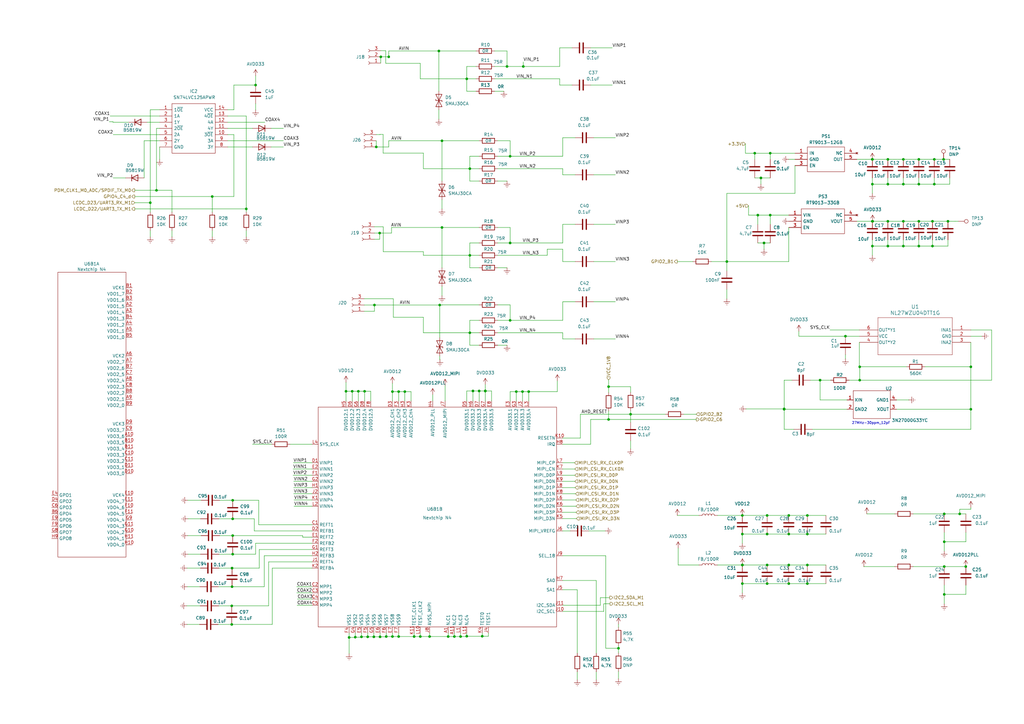
<source format=kicad_sch>
(kicad_sch (version 20231120) (generator "eeschema") (generator_version "7.99")
  (paper "A3")
  (junction (at 196.5209 160.3586))
  (junction (at 183.8209 261.0696))
  (junction (at 156.1875 23.3142))
  (junction (at 188.9009 261.0696))
  (junction (at 192.7109 69.1726))
  (junction (at 298.1209 107.2726))
  (junction (at 95.0479 248.4966))
  (junction (at 376.8609 100.9226))
  (junction (at 214.63 27.2626))
  (junction (at 95.0479 256.1166))
  (junction (at 314.6309 239.3526))
  (junction (at 160.9609 160.6126))
  (junction (at 387.2749 232.3676))
  (junction (at 209.2209 131.4026))
  (junction (at 192.7109 136.4826))
  (junction (at 253.6709 265.8818))
  (junction (at 160.9609 261.0696))
  (junction (at 364.1609 65.3626))
  (junction (at 95.4289 227.2876))
  (junction (at 186.3609 261.0696))
  (junction (at 191.4409 260.9426))
  (junction (at 387.2749 222.2076))
  (junction (at 95.1749 233.0026))
  (junction (at 357.8109 100.9226))
  (junction (at 370.5109 65.3626))
  (junction (at 387.0012 65.3626))
  (junction (at 95.4289 205.1896))
  (junction (at 383.2109 75.5226))
  (junction (at 155.8809 261.1966))
  (junction (at 398.1969 167.8516))
  (junction (at 364.1609 100.9226))
  (junction (at 310.8209 88.2226))
  (junction (at 323.5209 219.0326))
  (junction (at 304.4709 239.3526))
  (junction (at 207.9509 27.2626))
  (junction (at 398.1969 150.4526))
  (junction (at 304.4709 211.4126))
  (junction (at 357.8109 75.5226))
  (junction (at 209.2209 64.0926))
  (junction (at 387.2749 243.7976))
  (junction (at 249.6069 172.0426))
  (junction (at 181.2809 93.3026))
  (junction (at 314.6309 219.0326))
  (junction (at 199.0533 160.3586))
  (junction (at 357.7962 65.3626))
  (junction (at 101.0169 85.6826))
  (junction (at 180.34 125.1024))
  (junction (at 357.8109 90.7626))
  (junction (at 193.9809 160.3586))
  (junction (at 166.0409 160.6126))
  (junction (at 370.5109 75.5226))
  (junction (at 169.8509 261.0696))
  (junction (at 312.0909 72.9826))
  (junction (at 314.6309 231.7326))
  (junction (at 249.6069 158.5806))
  (junction (at 336.3479 155.9136))
  (junction (at 141.9109 160.4856))
  (junction (at 331.1409 219.0326))
  (junction (at 376.8609 75.5226))
  (junction (at 148.2609 261.1966))
  (junction (at 163.5009 261.0696))
  (junction (at 181.2809 57.7426))
  (junction (at 150.8009 261.1966))
  (junction (at 145.7209 261.3236))
  (junction (at 197.7909 260.9426))
  (junction (at 199.0609 160.3586))
  (junction (at 321.6159 167.8516))
  (junction (at 323.5209 239.3526))
  (junction (at 346.7619 137.8796))
  (junction (at 357.8819 90.7626))
  (junction (at 370.5109 90.7626))
  (junction (at 376.8609 90.7626))
  (junction (at 323.5209 231.7326))
  (junction (at 211.7609 160.6126))
  (junction (at 191.4409 32.3426))
  (junction (at 370.5109 100.9226))
  (junction (at 163.5009 160.6126))
  (junction (at 153.5825 125.1024))
  (junction (at 95.1749 240.6226))
  (junction (at 149.5309 160.4856))
  (junction (at 192.7109 104.7326))
  (junction (at 104.8269 34.8826))
  (junction (at 180.0109 20.9126))
  (junction (at 315.9009 88.2226))
  (junction (at 214.3009 160.6126))
  (junction (at 315.9009 62.8226))
  (junction (at 172.3909 261.0696))
  (junction (at 331.1409 211.4126))
  (junction (at 314.6309 211.4126))
  (junction (at 144.4509 160.4856))
  (junction (at 159.4369 23.3142))
  (junction (at 321.6159 167.7246))
  (junction (at 304.5069 231.7326))
  (junction (at 95.4289 219.6676))
  (junction (at 387.2749 210.7776))
  (junction (at 388.8046 90.7626))
  (junction (at 87.0469 80.6026))
  (junction (at 209.2209 99.6526))
  (junction (at 382.4546 100.9226))
  (junction (at 364.1609 90.7626))
  (junction (at 352.6039 155.9136))
  (junction (at 304.4709 219.0326))
  (junction (at 382.4546 90.7626))
  (junction (at 383.2109 65.3626))
  (junction (at 176.2009 261.0696))
  (junction (at 313.3609 99.6526))
  (junction (at 331.1409 231.7326))
  (junction (at 357.8109 65.3626))
  (junction (at 61.6469 83.1426))
  (junction (at 154.3257 60.2625))
  (junction (at 158.4209 261.0696))
  (junction (at 95.4289 212.8096))
  (junction (at 153.3409 261.1966))
  (junction (at 364.1609 75.5226))
  (junction (at 323.5209 211.4126))
  (junction (at 64.1869 78.0626))
  (junction (at 376.8609 65.3626))
  (junction (at 304.4709 231.7326))
  (junction (at 146.9909 160.4856))
  (junction (at 309.5509 62.8226))
  (junction (at 393.6198 210.7776))
  (junction (at 396.1133 232.3676))
  (junction (at 216.8409 160.6126))
  (junction (at 155.7143 95.5828))
  (junction (at 352.6039 150.4526))
  (junction (at 143.1809 261.4506))
  (junction (at 258.6239 169.8836))
  (junction (at 331.1409 239.3526))
  (wire (pts (xy 121.7179 243.1626) (xy 127.9409 243.1626)))
  (wire (pts (xy 294.3109 231.7326) (xy 304.4709 231.7326)))
  (wire (pts (xy 258.6239 169.8836) (xy 258.6239 173.1856)))
  (wire (pts (xy 246.253 245.11) (xy 246.253 248.2426)))
  (wire (pts (xy 192.7109 69.1726) (xy 192.7109 74.2526)))
  (wire (pts (xy 106.3509 233.0026) (xy 95.1749 233.0026)))
  (wire (pts (xy 258.6239 169.8836) (xy 272.8479 169.8836)))
  (wire (pts (xy 46.3349 49.9124) (xy 46.3349 50.1226)))
  (wire (pts (xy 230.8109 139.0226) (xy 235.8909 139.0226)))
  (wire (pts (xy 145.7209 259.6726) (xy 145.7209 261.3236)))
  (wire (pts (xy 230.8109 207.6026) (xy 236.2719 207.6026)))
  (wire (pts (xy 249.6069 172.0426) (xy 285.5479 172.0426)))
  (wire (pts (xy 93.3969 45.0426) (xy 95.9369 45.0426)))
  (wire (pts (xy 46.4069 72.9826) (xy 51.4869 72.9826)))
  (wire (pts (xy 153.3409 259.6726) (xy 153.3409 261.1966)))
  (wire (pts (xy 238.0499 179.6626) (xy 230.8109 179.6626)))
  (wire (pts (xy 181.2809 117.4326) (xy 181.2809 121.2426)))
  (wire (pts (xy 173.6609 130.1326) (xy 173.6609 136.4826)))
  (wire (pts (xy 155.8555 55.1437) (xy 157.1255 55.1437)))
  (wire (pts (xy 93.3969 50.1226) (xy 108.6369 50.1226)))
  (wire (pts (xy 163.5009 160.6126) (xy 163.5009 164.4226)))
  (wire (pts (xy 323.5209 65.3626) (xy 326.0609 65.3626)))
  (wire (pts (xy 153.5674 93.0428) (xy 157.1917 93.0428)))
  (wire (pts (xy 173.6609 103.2086) (xy 173.6609 104.7326)))
  (wire (pts (xy 209.2209 131.4026) (xy 230.8109 131.4026)))
  (wire (pts (xy 214.63 27.2626) (xy 229.5409 27.2626)))
  (wire (pts (xy 181.2809 57.7426) (xy 181.2809 74.2526)))
  (wire (pts (xy 120.1939 194.9026) (xy 127.9409 194.9026)))
  (wire (pts (xy 242.2409 34.8826) (xy 251.1309 34.8826)))
  (wire (pts (xy 309.5509 62.8226) (xy 309.5509 65.3626)))
  (wire (pts (xy 104.8269 227.2876) (xy 95.4289 227.2876)))
  (wire (pts (xy 110.1609 230.4626) (xy 127.9409 230.4626)))
  (wire (pts (xy 95.4289 219.6676) (xy 124.1309 219.6676)))
  (wire (pts (xy 93.3969 52.6626) (xy 103.5569 52.6626)))
  (wire (pts (xy 127.9409 215.2226) (xy 106.0969 215.2226)))
  (wire (pts (xy 244.5269 275.5476) (xy 244.5269 278.7226)))
  (wire (pts (xy 230.8109 136.4826) (xy 230.8109 139.0226)))
  (wire (pts (xy 181.2809 81.8726) (xy 181.2809 85.6826)))
  (wire (pts (xy 180.34 146.05) (xy 180.34 147.4333)))
  (wire (pts (xy 200.3309 259.6726) (xy 200.3309 260.9426)))
  (wire (pts (xy 95.0479 248.4966) (xy 110.1609 248.4966)))
  (wire (pts (xy 155.7143 95.5828) (xy 155.7143 98.1228)))
  (wire (pts (xy 376.8609 98.3826) (xy 376.8609 100.9226)))
  (wire (pts (xy 160.9609 259.6726) (xy 160.9609 261.0696)))
  (wire (pts (xy 127.9409 222.8426) (xy 104.8269 222.8426)))
  (wire (pts (xy 382.4546 90.7626) (xy 376.8609 90.7626)))
  (wire (pts (xy 207.9509 20.9126) (xy 207.9509 27.2626)))
  (wire (pts (xy 120.3209 189.8226) (xy 127.9409 189.8226)))
  (wire (pts (xy 230.8109 189.8226) (xy 235.6369 189.8226)))
  (wire (pts (xy 202.8709 27.2626) (xy 207.9509 27.2626)))
  (wire (pts (xy 160.9609 160.6126) (xy 163.5009 160.6126)))
  (wire (pts (xy 197.7909 260.9426) (xy 191.4409 260.9426)))
  (wire (pts (xy 159.4369 23.3142) (xy 159.4369 23.4526)))
  (wire (pts (xy 253.6709 255.9896) (xy 253.6709 257.2596)))
  (wire (pts (xy 196.5209 131.4026) (xy 192.7109 131.4026)))
  (wire (pts (xy 55.2969 83.1426) (xy 61.6469 83.1426)))
  (wire (pts (xy 370.5109 98.3826) (xy 370.5109 100.9226)))
  (wire (pts (xy 336.3479 155.9136) (xy 336.3479 164.0416)))
  (wire (pts (xy 160.5799 95.5828) (xy 155.7143 95.5828)))
  (wire (pts (xy 172.3909 259.6726) (xy 172.3909 261.0696)))
  (wire (pts (xy 149.5309 160.4856) (xy 152.0709 160.4856)))
  (wire (pts (xy 258.6239 180.8056) (xy 258.6239 184.1076)))
  (wire (pts (xy 294.3109 211.4126) (xy 304.4709 211.4126)))
  (wire (pts (xy 204.1409 93.3026) (xy 209.2209 93.3026)))
  (wire (pts (xy 111.1769 60.2826) (xy 116.2569 60.2826)))
  (wire (pts (xy 204.1409 57.7426) (xy 209.2209 57.7426)))
  (wire (pts (xy 156.1875 20.7742) (xy 158.2408 20.7742)))
  (wire (pts (xy 243.5109 92.0326) (xy 252.4009 92.0326)))
  (wire (pts (xy 354.33 232.41) (xy 354.33 232.3676)))
  (wire (pts (xy 196.5209 64.0926) (xy 192.7109 64.0926)))
  (wire (pts (xy 211.7609 160.6126) (xy 214.3009 160.6126)))
  (wire (pts (xy 95.0479 256.1166) (xy 111.6849 256.1166)))
  (wire (pts (xy 173.6609 62.7838) (xy 173.6609 69.1726)))
  (wire (pts (xy 191.4409 27.2626) (xy 191.4409 32.3426)))
  (wire (pts (xy 364.1609 65.3626) (xy 370.5109 65.3626)))
  (wire (pts (xy 143.1809 261.4506) (xy 143.1809 268.0546)))
  (wire (pts (xy 120.1939 192.3626) (xy 127.9409 192.3626)))
  (wire (pts (xy 331.1409 219.0326) (xy 338.7609 219.0326)))
  (wire (pts (xy 230.8109 56.4726) (xy 230.8109 64.0926)))
  (wire (pts (xy 370.5109 65.3626) (xy 376.8609 65.3626)))
  (wire (pts (xy 312.0909 72.9826) (xy 312.0909 75.5226)))
  (wire (pts (xy 277.8009 211.4126) (xy 286.6909 211.4126)))
  (wire (pts (xy 183.8209 259.6726) (xy 183.8209 261.0696)))
  (wire (pts (xy 243.5109 123.7826) (xy 252.4009 123.7826)))
  (wire (pts (xy 214.63 25.4) (xy 214.63 27.2626)))
  (wire (pts (xy 191.4409 37.4226) (xy 195.2509 37.4226)))
  (wire (pts (xy 357.8109 90.7626) (xy 357.8819 90.7626)))
  (wire (pts (xy 258.6239 160.8666) (xy 258.6239 158.5806)))
  (wire (pts (xy 304.4709 211.4126) (xy 314.6309 211.4126)))
  (wire (pts (xy 204.1409 125.0526) (xy 209.2209 125.0526)))
  (wire (pts (xy 169.8509 261.0696) (xy 163.5009 261.0696)))
  (wire (pts (xy 310.8209 88.2226) (xy 310.8209 92.0326)))
  (wire (pts (xy 192.7109 109.8126) (xy 196.5209 109.8126)))
  (wire (pts (xy 346.7619 137.8796) (xy 352.4769 137.8796)))
  (wire (pts (xy 258.6239 158.5806) (xy 249.6069 158.5806)))
  (wire (pts (xy 89.4599 256.1166) (xy 95.0479 256.1166)))
  (wire (pts (xy 124.1309 219.6676) (xy 124.1309 220.3026)))
  (wire (pts (xy 244.5269 238.0826) (xy 244.5269 267.9276)))
  (wire (pts (xy 228.6 156.21) (xy 228.6 160.6126)))
  (wire (pts (xy 192.7109 136.4826) (xy 192.7109 141.5626)))
  (wire (pts (xy 104.8269 42.5026) (xy 104.8269 45.0426)))
  (wire (pts (xy 253.6709 264.8796) (xy 253.6709 265.8818)))
  (wire (pts (xy 157.1917 103.2086) (xy 173.6609 103.2086)))
  (wire (pts (xy 95.4289 212.8096) (xy 104.3189 212.8096)))
  (wire (pts (xy 173.6609 69.1726) (xy 192.7109 69.1726)))
  (wire (pts (xy 127.9409 233.0026) (xy 111.6849 233.0026)))
  (wire (pts (xy 89.8409 233.0026) (xy 95.1749 233.0026)))
  (wire (pts (xy 323.5209 88.2226) (xy 315.9009 88.2226)))
  (wire (pts (xy 327.66 137.8796) (xy 346.7619 137.8796)))
  (wire (pts (xy 154.3257 57.7225) (xy 154.3257 60.2625)))
  (wire (pts (xy 230.8109 241.8926) (xy 236.7799 241.8926)))
  (wire (pts (xy 89.8409 212.8096) (xy 95.4289 212.8096)))
  (wire (pts (xy 229.5409 34.8826) (xy 234.6209 34.8826)))
  (wire (pts (xy 87.0469 94.5726) (xy 87.0469 97.1126)))
  (wire (pts (xy 120.5749 207.6026) (xy 127.9409 207.6026)))
  (wire (pts (xy 176.2009 261.0696) (xy 172.3909 261.0696)))
  (wire (pts (xy 61.6469 94.5726) (xy 61.6469 97.1126)))
  (wire (pts (xy 230.8109 238.0826) (xy 244.5269 238.0826)))
  (wire (pts (xy 150.8009 259.6726) (xy 150.8009 261.1966)))
  (wire (pts (xy 120.4479 202.5226) (xy 127.9409 202.5226)))
  (wire (pts (xy 230.8109 182.2026) (xy 242.2409 182.2026)))
  (wire (pts (xy 216.8409 160.6126) (xy 216.8409 164.4226)))
  (wire (pts (xy 305.9949 167.7246) (xy 321.6159 167.7246)))
  (wire (pts (xy 124.1309 220.3026) (xy 127.9409 220.3026)))
  (wire (pts (xy 247.65 247.65) (xy 250.19 247.65)))
  (wire (pts (xy 156.1875 25.8542) (xy 156.1875 23.3142)))
  (wire (pts (xy 149.4067 122.5624) (xy 161.3419 122.5624)))
  (wire (pts (xy 95.1749 240.6226) (xy 108.3829 240.6226)))
  (wire (pts (xy 90.0949 219.6676) (xy 95.4289 219.6676)))
  (wire (pts (xy 379.4009 150.4526) (xy 398.1969 150.4526)))
  (wire (pts (xy 309.5509 62.8226) (xy 305.7409 62.8226)))
  (wire (pts (xy 253.6709 275.4206) (xy 253.6709 278.3416)))
  (wire (pts (xy 291.7709 107.2726) (xy 298.1209 107.2726)))
  (wire (pts (xy 348.2859 155.9136) (xy 352.6039 155.9136)))
  (wire (pts (xy 243.5109 107.2726) (xy 252.4009 107.2726)))
  (wire (pts (xy 326.0609 79.3326) (xy 298.1209 79.3326)))
  (wire (pts (xy 196.5209 57.7426) (xy 181.2809 57.7426)))
  (wire (pts (xy 199.0533 157.7072) (xy 199.0533 160.3586)))
  (wire (pts (xy 314.6309 239.3526) (xy 323.5209 239.3526)))
  (wire (pts (xy 155.8555 55.1825) (xy 154.3257 55.1825)))
  (wire (pts (xy 148.2609 259.6726) (xy 148.2609 261.1966)))
  (wire (pts (xy 192.7109 136.4826) (xy 196.5209 136.4826)))
  (wire (pts (xy 230.8109 192.3626) (xy 235.7639 192.3626)))
  (wire (pts (xy 253.6709 265.8818) (xy 253.6709 267.8006)))
  (wire (pts (xy 321.6159 167.8516) (xy 347.3969 167.8516)))
  (wire (pts (xy 46.3349 50.1226) (xy 52.7569 50.1226)))
  (wire (pts (xy 160.5799 93.3026) (xy 160.5799 95.5828)))
  (wire (pts (xy 153.3409 261.1966) (xy 155.8809 261.1966)))
  (wire (pts (xy 374.5749 210.7776) (xy 387.2749 210.7776)))
  (wire (pts (xy 160.9609 157.1836) (xy 160.9609 160.6126)))
  (wire (pts (xy 230.8109 194.9026) (xy 235.7639 194.9026)))
  (wire (pts (xy 249.6069 155.7866) (xy 249.6069 158.5806)))
  (wire (pts (xy 177.4709 161.8826) (xy 177.4709 164.4226)))
  (wire (pts (xy 191.4409 259.6726) (xy 191.4409 260.9426)))
  (wire (pts (xy 95.9369 55.2026) (xy 95.9369 80.6026)))
  (wire (pts (xy 376.8609 75.5226) (xy 383.2109 75.5226)))
  (wire (pts (xy 248.4632 227.9226) (xy 230.8109 227.9226)))
  (wire (pts (xy 143.1809 259.6726) (xy 143.1809 261.4506)))
  (wire (pts (xy 188.9009 259.6726) (xy 188.9009 261.0696)))
  (wire (pts (xy 230.8109 71.7126) (xy 235.8909 71.7126)))
  (wire (pts (xy 391.705 90.7626) (xy 388.8046 90.7626)))
  (wire (pts (xy 214.3009 160.6126) (xy 214.3009 164.4226)))
  (wire (pts (xy 248.4632 265.8818) (xy 248.4632 227.9226)))
  (wire (pts (xy 211.7609 160.6126) (xy 211.7609 164.4226)))
  (wire (pts (xy 158.4209 259.6726) (xy 158.4209 261.0696)))
  (wire (pts (xy 145.7209 261.4506) (xy 143.1809 261.4506)))
  (wire (pts (xy 230.8109 107.2726) (xy 235.8909 107.2726)))
  (wire (pts (xy 149.4067 125.1024) (xy 153.5825 125.1024)))
  (wire (pts (xy 155.7143 95.5828) (xy 153.5674 95.5828)))
  (wire (pts (xy 90.0949 205.1896) (xy 95.4289 205.1896)))
  (wire (pts (xy 181.2809 93.3026) (xy 181.2809 109.8126)))
  (wire (pts (xy 64.1869 78.0626) (xy 70.5369 78.0626)))
  (wire (pts (xy 391.705 90.7701) (xy 391.705 90.7626)))
  (wire (pts (xy 186.3609 261.0696) (xy 183.8209 261.0696)))
  (wire (pts (xy 104.8269 222.8426) (xy 104.8269 227.2876)))
  (wire (pts (xy 325.5529 176.1066) (xy 321.6159 176.1066)))
  (wire (pts (xy 364.1609 75.5226) (xy 370.5109 75.5226)))
  (wire (pts (xy 180.0109 45.0426) (xy 180.0109 48.8526)))
  (wire (pts (xy 55.2969 80.6026) (xy 87.0469 80.6026)))
  (wire (pts (xy 95.9369 80.6026) (xy 87.0469 80.6026)))
  (wire (pts (xy 352.6039 155.9136) (xy 406.7059 155.9136)))
  (wire (pts (xy 155.8809 259.6726) (xy 155.8809 261.1966)))
  (wire (pts (xy 45.1369 47.5826) (xy 65.4569 47.5826)))
  (wire (pts (xy 242.2409 19.6426) (xy 251.1309 19.6426)))
  (wire (pts (xy 172.3909 32.3426) (xy 191.4409 32.3426)))
  (wire (pts (xy 374.5749 232.3676) (xy 387.2749 232.3676)))
  (wire (pts (xy 382.4546 90.7626) (xy 388.8046 90.7626)))
  (wire (pts (xy 163.5009 259.6726) (xy 163.5009 261.0696)))
  (wire (pts (xy 238.0499 169.8836) (xy 258.6239 169.8836)))
  (wire (pts (xy 204.1409 99.6526) (xy 209.2209 99.6526)))
  (wire (pts (xy 364.1609 100.9226) (xy 370.5109 100.9226)))
  (wire (pts (xy 191.4409 32.3426) (xy 191.4409 37.4226)))
  (wire (pts (xy 159.4369 57.7426) (xy 159.4369 60.2826)))
  (wire (pts (xy 93.3969 47.5826) (xy 101.0169 47.5826)))
  (wire (pts (xy 396.1649 222.2076) (xy 387.2749 222.2076)))
  (wire (pts (xy 120.4479 199.9826) (xy 127.9409 199.9826)))
  (wire (pts (xy 393.0203 90.7701) (xy 391.705 90.7701)))
  (wire (pts (xy 382.4546 100.9226) (xy 388.8046 100.9226)))
  (wire (pts (xy 191.4409 260.9426) (xy 191.4409 261.0696)))
  (wire (pts (xy 173.6609 104.7326) (xy 192.7109 104.7326)))
  (wire (pts (xy 196.5209 93.3026) (xy 181.2809 93.3026)))
  (wire (pts (xy 76.8869 240.6226) (xy 81.9669 240.6226)))
  (wire (pts (xy 383.2109 75.5226) (xy 389.5609 75.5226)))
  (wire (pts (xy 376.8609 72.9826) (xy 376.8609 75.5226)))
  (wire (pts (xy 192.7109 99.6526) (xy 192.7109 104.7326)))
  (wire (pts (xy 195.2509 20.9126) (xy 180.0109 20.9126)))
  (wire (pts (xy 209.2209 64.0926) (xy 230.8109 64.0926)))
  (wire (pts (xy 230.8109 102.1926) (xy 230.8109 107.2726)))
  (wire (pts (xy 89.8409 227.2876) (xy 95.4289 227.2876)))
  (wire (pts (xy 161.3419 130.1326) (xy 173.6609 130.1326)))
  (wire (pts (xy 230.8109 205.0626) (xy 236.1449 205.0626)))
  (wire (pts (xy 154.3257 60.2625) (xy 154.3257 60.2826)))
  (wire (pts (xy 89.5869 240.6226) (xy 95.1749 240.6226)))
  (wire (pts (xy 77.0139 219.6676) (xy 82.4749 219.6676)))
  (wire (pts (xy 176.2009 259.6726) (xy 176.2009 261.0696)))
  (wire (pts (xy 387.2749 222.2076) (xy 387.2749 218.3976)))
  (wire (pts (xy 230.8109 212.6826) (xy 236.3989 212.6826)))
  (wire (pts (xy 192.7109 141.5626) (xy 196.5209 141.5626)))
  (wire (pts (xy 357.8109 75.5226) (xy 357.8109 79.3326)))
  (wire (pts (xy 59.1069 57.7426) (xy 59.1069 72.9826)))
  (wire (pts (xy 209.2209 57.7426) (xy 209.2209 64.0926)))
  (wire (pts (xy 152.0709 160.4856) (xy 152.0709 164.4226)))
  (wire (pts (xy 157.1255 55.1437) (xy 157.1255 62.7838)))
  (wire (pts (xy 89.7139 248.4966) (xy 95.0479 248.4966)))
  (wire (pts (xy 398.1969 208.1619) (xy 398.1969 208.8726)))
  (wire (pts (xy 172.3909 261.0696) (xy 169.8509 261.0696)))
  (wire (pts (xy 61.6469 83.1426) (xy 61.6469 86.9526)))
  (wire (pts (xy 127.9409 245.7026) (xy 121.9719 245.7026)))
  (wire (pts (xy 166.0409 160.6126) (xy 168.5809 160.6126)))
  (wire (pts (xy 160.9609 164.4226) (xy 160.9609 160.6126)))
  (wire (pts (xy 155.7143 98.1228) (xy 153.5674 98.1228)))
  (wire (pts (xy 61.6469 45.0426) (xy 61.6469 83.1426)))
  (wire (pts (xy 323.5209 239.3526) (xy 331.1409 239.3526)))
  (wire (pts (xy 157.1255 62.7838) (xy 173.6609 62.7838)))
  (wire (pts (xy 95.9369 34.8826) (xy 104.8269 34.8826)))
  (wire (pts (xy 331.1409 231.7326) (xy 338.7609 231.7326)))
  (wire (pts (xy 224.4609 104.7326) (xy 204.1409 104.7326)))
  (wire (pts (xy 304.4709 239.3526) (xy 304.4709 243.1626)))
  (wire (pts (xy 192.7109 69.1726) (xy 196.5209 69.1726)))
  (wire (pts (xy 321.6159 167.8516) (xy 321.6159 176.1066)))
  (wire (pts (xy 166.0409 160.6126) (xy 166.0409 164.4226)))
  (wire (pts (xy 127.9409 225.3826) (xy 106.3509 225.3826)))
  (wire (pts (xy 149.5309 160.4856) (xy 149.5309 164.4226)))
  (wire (pts (xy 199.0609 160.3586) (xy 199.0609 164.4226)))
  (wire (pts (xy 315.9009 62.8226) (xy 315.9009 65.3626)))
  (wire (pts (xy 336.3479 155.9136) (xy 340.6659 155.9136)))
  (wire (pts (xy 235.8909 92.0326) (xy 230.8109 92.0326)))
  (wire (pts (xy 364.1609 72.9826) (xy 364.1609 75.5226)))
  (wire (pts (xy 149.4067 127.6424) (xy 153.5825 127.6424)))
  (wire (pts (xy 393.6198 210.7776) (xy 396.1649 210.7776)))
  (wire (pts (xy 157.1917 93.0428) (xy 157.1917 103.2086)))
  (wire (pts (xy 191.4409 160.3586) (xy 193.9809 160.3586)))
  (wire (pts (xy 327.66 137.8796) (xy 327.66 135.89)))
  (wire (pts (xy 144.4509 160.4856) (xy 146.9909 160.4856)))
  (wire (pts (xy 196.5209 125.0526) (xy 181.2809 125.0526)))
  (wire (pts (xy 121.7179 240.6226) (xy 127.9409 240.6226)))
  (wire (pts (xy 280.4679 169.8836) (xy 285.5479 169.8836)))
  (wire (pts (xy 192.7109 74.2526) (xy 196.5209 74.2526)))
  (wire (pts (xy 230.8109 197.4426) (xy 235.7639 197.4426)))
  (wire (pts (xy 159.4369 20.9126) (xy 180.0109 20.9126)))
  (wire (pts (xy 230.8109 69.1726) (xy 230.8109 71.7126)))
  (wire (pts (xy 278.13 231.7326) (xy 286.6909 231.7326)))
  (wire (pts (xy 310.8209 88.2226) (xy 315.9009 88.2226)))
  (wire (pts (xy 367.7169 167.8516) (xy 398.1969 167.8516)))
  (wire (pts (xy 168.5809 160.6126) (xy 168.5809 164.4226)))
  (wire (pts (xy 230.8109 210.1426) (xy 236.2719 210.1426)))
  (wire (pts (xy 106.3509 225.3826) (xy 106.3509 233.0026)))
  (wire (pts (xy 197.7909 259.6726) (xy 197.7909 260.9426)))
  (wire (pts (xy 387.2749 243.7976) (xy 387.2749 247.6076)))
  (wire (pts (xy 387.2749 232.3676) (xy 396.1133 232.3676)))
  (wire (pts (xy 355.5249 210.7776) (xy 366.9549 210.7776)))
  (wire (pts (xy 110.1609 248.4966) (xy 110.1609 230.4626)))
  (wire (pts (xy 298.1209 79.3326) (xy 298.1209 107.2726)))
  (wire (pts (xy 228.6 160.6126) (xy 216.8409 160.6126)))
  (wire (pts (xy 396.1649 243.7976) (xy 387.2749 243.7976)))
  (wire (pts (xy 155.8555 55.1437) (xy 155.8555 55.1825)))
  (wire (pts (xy 207.9509 27.2626) (xy 214.63 27.2626)))
  (wire (pts (xy 246.253 245.11) (xy 250.063 245.11)))
  (wire (pts (xy 364.1609 90.7626) (xy 370.5109 90.7626)))
  (wire (pts (xy 253.6709 265.8818) (xy 248.4632 265.8818)))
  (wire (pts (xy 65.4569 45.0426) (xy 61.6469 45.0426)))
  (wire (pts (xy 159.4369 57.7426) (xy 181.2809 57.7426)))
  (wire (pts (xy 321.6159 167.7246) (xy 321.6159 167.8516)))
  (wire (pts (xy 352.4769 150.4526) (xy 352.6039 150.4526)))
  (wire (pts (xy 70.5369 78.0626) (xy 70.5369 86.9526)))
  (wire (pts (xy 304.4709 219.0326) (xy 304.4709 222.8426)))
  (wire (pts (xy 242.2409 172.0426) (xy 249.6069 172.0426)))
  (wire (pts (xy 204.1409 64.0926) (xy 209.2209 64.0926)))
  (wire (pts (xy 70.5369 94.5726) (xy 70.5369 97.1126)))
  (wire (pts (xy 199.0533 160.3586) (xy 199.0609 160.3586)))
  (wire (pts (xy 201.6009 160.3586) (xy 201.6009 164.4226)))
  (wire (pts (xy 141.9109 164.4226) (xy 141.9109 160.4856)))
  (wire (pts (xy 161.3419 122.5624) (xy 161.3419 130.1326)))
  (wire (pts (xy 333.1729 176.1066) (xy 398.1969 176.1066)))
  (wire (pts (xy 146.9909 160.4856) (xy 149.5309 160.4856)))
  (wire (pts (xy 351.4609 90.7626) (xy 357.8109 90.7626)))
  (wire (pts (xy 159.4369 20.9126) (xy 159.4369 23.3142)))
  (wire (pts (xy 163.5009 261.0696) (xy 160.9609 261.0696)))
  (wire (pts (xy 192.7109 104.7326) (xy 196.5209 104.7326)))
  (wire (pts (xy 314.6309 211.4126) (xy 323.5209 211.4126)))
  (wire (pts (xy 111.6849 233.0026) (xy 111.6849 256.1166)))
  (wire (pts (xy 188.9009 261.0696) (xy 186.3609 261.0696)))
  (wire (pts (xy 396.1649 218.3976) (xy 396.1649 222.2076)))
  (wire (pts (xy 340.4119 135.3396) (xy 352.4769 135.3396)))
  (wire (pts (xy 370.5109 100.9226) (xy 376.8609 100.9226)))
  (wire (pts (xy 243.5109 56.4726) (xy 252.4009 56.4726)))
  (wire (pts (xy 326.0609 67.9026) (xy 326.0609 79.3326)))
  (wire (pts (xy 376.8609 100.9226) (xy 382.4546 100.9226)))
  (wire (pts (xy 258.6239 168.4866) (xy 258.6239 169.8836)))
  (wire (pts (xy 76.7599 256.1166) (xy 81.8399 256.1166)))
  (wire (pts (xy 323.5209 219.0326) (xy 331.1409 219.0326)))
  (wire (pts (xy 235.8909 123.7826) (xy 230.8109 123.7826)))
  (wire (pts (xy 202.8709 20.9126) (xy 207.9509 20.9126)))
  (wire (pts (xy 191.4409 261.0696) (xy 188.9009 261.0696)))
  (wire (pts (xy 393.6249 208.8726) (xy 393.6198 210.7776)))
  (wire (pts (xy 376.8609 65.3626) (xy 383.2109 65.3626)))
  (wire (pts (xy 230.8109 92.0326) (xy 230.8109 99.6526)))
  (wire (pts (xy 304.4709 231.7326) (xy 304.5069 231.7326)))
  (wire (pts (xy 352.4769 140.4196) (xy 352.4769 150.4526)))
  (wire (pts (xy 204.1409 74.2526) (xy 207.9509 74.2526)))
  (wire (pts (xy 200.3309 260.9426) (xy 197.7909 260.9426)))
  (wire (pts (xy 323.5209 231.7326) (xy 331.1409 231.7326)))
  (wire (pts (xy 230.8109 202.5226) (xy 236.0179 202.5226)))
  (wire (pts (xy 158.4209 261.1966) (xy 155.8809 261.1966)))
  (wire (pts (xy 46.4069 55.2026) (xy 65.4569 55.2026)))
  (wire (pts (xy 382.4546 98.3826) (xy 382.4546 100.9226)))
  (wire (pts (xy 304.5069 231.7326) (xy 314.6309 231.7326)))
  (wire (pts (xy 145.7209 261.3236) (xy 145.7209 261.4506)))
  (wire (pts (xy 108.3829 227.9226) (xy 127.9409 227.9226)))
  (wire (pts (xy 77.1409 227.2876) (xy 82.2209 227.2876)))
  (wire (pts (xy 95.9369 45.0426) (xy 95.9369 34.8826)))
  (wire (pts (xy 101.0169 47.5826) (xy 101.0169 85.6826)))
  (wire (pts (xy 387.2749 222.2076) (xy 387.2749 226.0176)))
  (wire (pts (xy 93.3969 60.2826) (xy 103.5569 60.2826)))
  (wire (pts (xy 202.8709 32.3426) (xy 229.5409 32.3426)))
  (wire (pts (xy 169.8509 259.6726) (xy 169.8509 261.0696)))
  (wire (pts (xy 243.5109 71.7126) (xy 252.4009 71.7126)))
  (wire (pts (xy 304.4709 219.0326) (xy 314.6309 219.0326)))
  (wire (pts (xy 331.1409 211.4126) (xy 338.7609 211.4126)))
  (wire (pts (xy 312.0909 72.9826) (xy 315.9009 72.9826)))
  (wire (pts (xy 160.9609 261.0696) (xy 158.4209 261.0696)))
  (wire (pts (xy 367.7169 164.0416) (xy 372.7159 164.0416)))
  (wire (pts (xy 180.34 147.4333) (xy 180.45 147.4333)))
  (wire (pts (xy 396.1649 239.9876) (xy 396.1649 243.7976)))
  (wire (pts (xy 104.8269 31.0886) (xy 104.8269 34.8826)))
  (wire (pts (xy 354.33 232.3676) (xy 366.9549 232.3676)))
  (wire (pts (xy 173.6609 136.4826) (xy 192.7109 136.4826)))
  (wire (pts (xy 77.1409 212.8096) (xy 82.2209 212.8096)))
  (wire (pts (xy 196.5209 160.3586) (xy 196.5209 164.4226)))
  (wire (pts (xy 180.34 125.1024) (xy 181.2809 125.1024)))
  (wire (pts (xy 313.3609 99.6526) (xy 313.3609 102.1926)))
  (wire (pts (xy 305.7409 59.0126) (xy 305.7409 62.8226)))
  (wire (pts (xy 383.2109 65.3626) (xy 387.0012 65.3626)))
  (wire (pts (xy 323.5209 107.2726) (xy 323.5209 93.3026)))
  (wire (pts (xy 111.1769 52.6626) (xy 116.2569 52.6626)))
  (wire (pts (xy 230.8109 217.7626) (xy 233.8589 217.7626)))
  (wire (pts (xy 104.3189 217.7626) (xy 127.9409 217.7626)))
  (wire (pts (xy 204.1409 136.4826) (xy 230.8109 136.4826)))
  (wire (pts (xy 180.0109 20.9126) (xy 180.0109 37.4226)))
  (wire (pts (xy 204.1409 141.5626) (xy 207.9509 141.5626)))
  (wire (pts (xy 76.6329 248.4966) (xy 82.0939 248.4966)))
  (wire (pts (xy 314.6309 231.7326) (xy 323.5209 231.7326)))
  (wire (pts (xy 60.3769 50.1226) (xy 65.4569 50.1226)))
  (wire (pts (xy 153.3409 261.1966) (xy 150.8009 261.1966)))
  (wire (pts (xy 370.5109 75.5226) (xy 376.8609 75.5226)))
  (wire (pts (xy 321.6159 155.9136) (xy 324.7909 155.9136)))
  (wire (pts (xy 120.4479 197.4426) (xy 127.9409 197.4426)))
  (wire (pts (xy 243.5109 139.0226) (xy 252.4009 139.0226)))
  (wire (pts (xy 55.2969 85.6826) (xy 101.0169 85.6826)))
  (wire (pts (xy 298.1209 107.2726) (xy 323.5209 107.2726)))
  (wire (pts (xy 141.9109 160.4856) (xy 144.4509 160.4856)))
  (wire (pts (xy 398.1969 167.8516) (xy 398.1969 176.1066)))
  (wire (pts (xy 65.4569 52.6626) (xy 64.1869 52.6626)))
  (wire (pts (xy 229.5409 19.6426) (xy 229.5409 27.2626)))
  (wire (pts (xy 192.7109 104.7326) (xy 192.7109 109.8126)))
  (wire (pts (xy 65.4569 57.7426) (xy 59.1069 57.7426)))
  (wire (pts (xy 383.2109 72.9826) (xy 383.2109 75.5226)))
  (wire (pts (xy 101.0169 85.6826) (xy 101.0169 86.9526)))
  (wire (pts (xy 44.8083 49.9124) (xy 46.3349 49.9124)))
  (wire (pts (xy 204.1409 109.8126) (xy 207.9509 109.8126)))
  (wire (pts (xy 313.3609 99.6526) (xy 315.9009 99.6526)))
  (wire (pts (xy 398.1969 137.8796) (xy 402.6419 137.8796)))
  (wire (pts (xy 307.0109 84.4126) (xy 307.0109 88.2226)))
  (wire (pts (xy 234.6209 19.6426) (xy 229.5409 19.6426)))
  (wire (pts (xy 387.2749 210.7776) (xy 393.6198 210.7776)))
  (wire (pts (xy 144.4509 160.4856) (xy 144.4509 164.4226)))
  (wire (pts (xy 204.1409 69.1726) (xy 230.8109 69.1726)))
  (wire (pts (xy 388.8046 100.9226) (xy 388.8046 98.3826)))
  (wire (pts (xy 141.9109 156.8026) (xy 141.9109 160.4856)))
  (wire (pts (xy 229.5409 32.3426) (xy 229.5409 34.8826)))
  (wire (pts (xy 193.9809 160.3586) (xy 196.5209 160.3586)))
  (wire (pts (xy 180.34 125.1024) (xy 180.34 138.43)))
  (wire (pts (xy 150.8009 261.1966) (xy 148.2609 261.1966)))
  (wire (pts (xy 357.8109 98.3826) (xy 357.8109 100.9226)))
  (wire (pts (xy 158.4209 261.0696) (xy 158.4209 261.1966)))
  (wire (pts (xy 186.3609 259.6726) (xy 186.3609 261.0696)))
  (wire (pts (xy 372.7159 164.0416) (xy 372.7159 164.0385)))
  (wire (pts (xy 214.3009 160.6126) (xy 216.8409 160.6126)))
  (wire (pts (xy 242.2409 182.2026) (xy 242.2409 172.0426)))
  (wire (pts (xy 246.253 248.2426) (xy 230.8109 248.2426)))
  (wire (pts (xy 183.8209 261.0696) (xy 176.2009 261.0696)))
  (wire (pts (xy 158.2408 25.9926) (xy 172.3909 25.9926)))
  (wire (pts (xy 192.7109 131.4026) (xy 192.7109 136.4826)))
  (wire (pts (xy 224.4609 102.1926) (xy 224.4609 104.7326)))
  (wire (pts (xy 352.6039 150.4526) (xy 352.6039 155.9136)))
  (wire (pts (xy 364.1609 98.3826) (xy 364.1609 100.9226)))
  (wire (pts (xy 146.9909 160.4856) (xy 146.9909 164.4226)))
  (wire (pts (xy 93.3969 55.2026) (xy 95.9369 55.2026)))
  (wire (pts (xy 321.6159 155.9136) (xy 321.6159 167.7246)))
  (wire (pts (xy 153.5825 127.6424) (xy 153.5825 125.1024)))
  (wire (pts (xy 357.8109 100.9226) (xy 364.1609 100.9226)))
  (wire (pts (xy 352.6039 150.4526) (xy 371.7809 150.4526)))
  (wire (pts (xy 148.2609 261.1966) (xy 148.2609 261.3236)))
  (wire (pts (xy 236.7799 275.5476) (xy 236.7799 278.7226)))
  (wire (pts (xy 65.4569 60.2826) (xy 65.4569 65.3626)))
  (wire (pts (xy 309.5509 72.9826) (xy 312.0909 72.9826)))
  (wire (pts (xy 398.1969 150.4526) (xy 398.1969 167.8516)))
  (wire (pts (xy 163.5009 160.6126) (xy 166.0409 160.6126)))
  (wire (pts (xy 148.2609 261.3236) (xy 145.7209 261.3236)))
  (wire (pts (xy 196.5209 160.3586) (xy 199.0533 160.3586)))
  (wire (pts (xy 238.0499 169.8836) (xy 238.0499 179.6626)))
  (wire (pts (xy 398.1969 208.8726) (xy 393.6249 208.8726)))
  (wire (pts (xy 357.8819 90.7626) (xy 364.1609 90.7626)))
  (wire (pts (xy 332.4109 155.9136) (xy 336.3479 155.9136)))
  (wire (pts (xy 357.8109 100.9226) (xy 357.8109 104.7326)))
  (wire (pts (xy 101.0169 94.5726) (xy 101.0169 97.1126)))
  (wire (pts (xy 108.3829 240.6226) (xy 108.3829 227.9226)))
  (wire (pts (xy 76.7599 233.0026) (xy 82.2209 233.0026)))
  (wire (pts (xy 389.5609 75.5226) (xy 389.5609 72.9826)))
  (wire (pts (xy 106.0969 205.1896) (xy 95.4289 205.1896)))
  (wire (pts (xy 357.7962 65.3626) (xy 357.8109 65.3626)))
  (wire (pts (xy 209.2209 99.6526) (xy 230.8109 99.6526)))
  (wire (pts (xy 195.2509 27.2626) (xy 191.4409 27.2626)))
  (wire (pts (xy 160.5799 93.3026) (xy 181.2809 93.3026)))
  (wire (pts (xy 298.1209 118.7026) (xy 298.1209 122.5126)))
  (wire (pts (xy 172.3909 25.9926) (xy 172.3909 32.3426)))
  (wire (pts (xy 249.6069 158.5806) (xy 249.6069 160.9936)))
  (wire (pts (xy 55.2969 78.0626) (xy 64.1869 78.0626)))
  (wire (pts (xy 331.1409 239.3526) (xy 338.7609 239.3526)))
  (wire (pts (xy 103.5569 182.2026) (xy 111.4309 182.2026)))
  (wire (pts (xy 357.8109 65.3626) (xy 364.1609 65.3626)))
  (wire (pts (xy 236.7799 241.8926) (xy 236.7799 267.9276)))
  (wire (pts (xy 192.7109 64.0926) (xy 192.7109 69.1726)))
  (wire (pts (xy 196.5209 99.6526) (xy 192.7109 99.6526)))
  (wire (pts (xy 346.7619 145.4996) (xy 346.7619 147.1506)))
  (wire (pts (xy 191.4409 164.4226) (xy 191.4409 160.3586)))
  (wire (pts (xy 370.5109 72.9826) (xy 370.5109 75.5226)))
  (wire (pts (xy 204.1409 131.4026) (xy 209.2209 131.4026)))
  (wire (pts (xy 406.7059 135.3396) (xy 406.7059 155.9136)))
  (wire (pts (xy 304.4709 239.3526) (xy 314.6309 239.3526)))
  (wire (pts (xy 241.4789 217.7626) (xy 248.2099 217.7626)))
  (wire (pts (xy 209.2209 160.6126) (xy 211.7609 160.6126)))
  (wire (pts (xy 64.1869 52.6626) (xy 64.1869 78.0626)))
  (wire (pts (xy 298.1209 107.2726) (xy 298.1209 111.0826)))
  (wire (pts (xy 235.8909 56.4726) (xy 230.8109 56.4726)))
  (wire (pts (xy 209.2209 164.4226) (xy 209.2209 160.6126)))
  (wire (pts (xy 398.1969 140.4196) (xy 398.1969 150.4526)))
  (wire (pts (xy 357.8109 72.9826) (xy 357.8109 75.5226)))
  (wire (pts (xy 247.65 247.65) (xy 247.65 250.7826)))
  (wire (pts (xy 314.6309 219.0326) (xy 323.5209 219.0326)))
  (wire (pts (xy 120.5749 205.0626) (xy 127.9409 205.0626)))
  (wire (pts (xy 182.5509 158.0726) (xy 182.5509 164.4226)))
  (wire (pts (xy 310.8209 99.6526) (xy 313.3609 99.6526)))
  (wire (pts (xy 396.1133 232.3676) (xy 396.1649 232.3676)))
  (wire (pts (xy 278.13 224.79) (xy 278.13 231.7326)))
  (wire (pts (xy 387.0012 65.3626) (xy 389.5609 65.3626)))
  (wire (pts (xy 202.8709 37.4226) (xy 206.6809 37.4226)))
  (wire (pts (xy 315.9009 88.2226) (xy 315.9009 92.0326)))
  (wire (pts (xy 104.3189 212.8096) (xy 104.3189 217.7626)))
  (wire (pts (xy 77.0139 205.1896) (xy 82.4749 205.1896)))
  (wire (pts (xy 209.2209 93.3026) (xy 209.2209 99.6526)))
  (wire (pts (xy 156.1875 23.3142) (xy 159.4369 23.3142)))
  (wire (pts (xy 398.1969 135.3396) (xy 406.7059 135.3396)))
  (wire (pts (xy 230.8109 123.7826) (xy 230.8109 131.4026)))
  (wire (pts (xy 277.8009 107.2726) (xy 284.1509 107.2726)))
  (wire (pts (xy 159.4369 60.2826) (xy 154.3257 60.2826)))
  (wire (pts (xy 249.6069 168.6136) (xy 249.6069 172.0426)))
  (wire (pts (xy 387.2749 243.7976) (xy 387.2749 239.9876)))
  (wire (pts (xy 181.2809 125.1024) (xy 181.2809 125.0526)))
  (wire (pts (xy 230.8109 199.9826) (xy 235.8909 199.9826)))
  (wire (pts (xy 193.9809 160.3586) (xy 193.9809 164.4226)))
  (wire (pts (xy 351.4609 65.3626) (xy 357.7962 65.3626)))
  (wire (pts (xy 370.5109 90.7626) (xy 376.8609 90.7626)))
  (wire (pts (xy 209.2209 125.0526) (xy 209.2209 131.4026)))
  (wire (pts (xy 357.8109 75.5226) (xy 364.1609 75.5226)))
  (wire (pts (xy 153.5825 125.1024) (xy 180.34 125.1024)))
  (wire (pts (xy 106.0969 215.2226) (xy 106.0969 205.1896)))
  (wire (pts (xy 199.0609 160.3586) (xy 201.6009 160.3586)))
  (wire (pts (xy 309.5509 62.8226) (xy 315.9009 62.8226)))
  (wire (pts (xy 323.5209 211.4126) (xy 331.1409 211.4126)))
  (wire (pts (xy 336.3479 164.0416) (xy 347.3969 164.0416)))
  (wire (pts (xy 119.0509 182.2026) (xy 127.9409 182.2026)))
  (wire (pts (xy 121.8449 248.2426) (xy 127.9409 248.2426)))
  (wire (pts (xy 87.0469 86.9526) (xy 87.0469 80.6026)))
  (wire (pts (xy 224.4609 102.1926) (xy 230.8109 102.1926)))
  (wire (pts (xy 93.3969 57.7426) (xy 116.2569 57.7426)))
  (wire (pts (xy 247.65 250.7826) (xy 230.8109 250.7826)))
  (wire (pts (xy 310.8209 88.2226) (xy 307.0109 88.2226)))
  (wire (pts (xy 158.2408 20.7742) (xy 158.2408 25.9926)))
  (wire (pts (xy 326.0609 62.8226) (xy 315.9009 62.8226)))
  (wire (pts (xy 191.4409 32.3426) (xy 195.2509 32.3426)))
  (text "27MHz-30ppm_12pF\n" (at 365.1769 174.2016 0) (effects (font (size 1 1)) (justify right bottom)))
  (label "VIN_N3" (at 214.3009 104.7326 0))
  (label "VIN_N4" (at 213.0309 136.4826 0))
  (label "COAX4" (at 108.6369 50.1226 0))
  (label "VINN1" (at 120.1939 192.3626 0))
  (label "VIN_P4" (at 116.2569 52.6626 0))
  (label "VINP3" (at 252.4009 92.0326 0))
  (label "COAX2" (at 46.4069 55.2026 180))
  (label "COAX3" (at 121.9719 245.7026 0))
  (label "VIN_N2" (at 213.0309 69.1726 0))
  (label "VINP4" (at 252.4009 123.7826 0))
  (label "VINP2" (at 120.1939 194.9026 0))
  (label "VINN2" (at 252.4009 71.7126 0))
  (label "COAX1" (at 45.1369 47.5826 180))
  (label "VINP4" (at 120.5749 205.0626 0))
  (label "VINN3" (at 252.4009 107.2726 0))
  (label "SYS_CLK" (at 340.4119 135.3396 180))
  (label "VIN_P1" (at 214.63 25.4 0))
  (label "VINP1" (at 251.1309 19.6426 0))
  (label "COAX4" (at 121.8449 248.2426 0))
  (label "VIN_P3" (at 116.2569 60.2826 0))
  (label "COAX3" (at 116.2569 57.7426 0))
  (label "VINN1" (at 251.1309 34.8826 0))
  (label "AVIN" (at 168.1935 125.1024 180))
  (label "VINP3" (at 120.4479 199.9826 0))
  (label "AVIN" (at 164.7709 57.7426 180))
  (label "VIN_P3" (at 214.3009 99.6526 0))
  (label "VINN4" (at 120.5749 207.6026 0))
  (label "VINP2" (at 252.4009 56.4726 0))
  (label "VIN_P4" (at 213.0309 131.4026 0))
  (label "VIN_P2" (at 46.4069 72.9826 180))
  (label "AVIN" (at 164.6439 93.3026 180))
  (label "VINN4" (at 252.4009 139.0226 0))
  (label "VINP1" (at 120.3209 189.8226 0))
  (label "AVIN" (at 167.8189 20.9126 180))
  (label "VIN_P1" (at 44.8083 49.9124 180))
  (label "COAX1" (at 121.7179 240.6226 0))
  (label "COAX2" (at 121.7179 243.1626 0))
  (label "VIN_P2" (at 213.0309 64.0926 0))
  (label "VINN3" (at 120.4479 202.5226 0))
  (label "AHD_RESET" (at 238.4309 169.8836 0))
  (label "VIN_N1" (at 211.7609 32.3426 0))
  (label "VINN2" (at 120.4479 197.4426 0))
  (label "SYS_CLK" (at 103.5569 182.2026 0))
  (hierarchical_label "GPIO4_C4_d" (shape output) (at 55.2969 80.6026 180))
  (hierarchical_label "+3.3V" (shape input) (at 305.7409 59.0126 180))
  (hierarchical_label "MIPI_CSI_RX_D2N" (shape input) (at 236.2719 207.6026 0))
  (hierarchical_label "GPIO2_C6" (shape output) (at 285.5479 172.0426 0))
  (hierarchical_label "MIPI_CSI_RX_D0N" (shape input) (at 235.7639 197.4426 0))
  (hierarchical_label "MIPI_CSI_RX_D1N" (shape input) (at 236.0179 202.5226 0))
  (hierarchical_label "LCDC_D22{slash}UART3_TX_M1" (shape output) (at 55.2969 85.6826 180))
  (hierarchical_label "VCC_1V8" (shape input) (at 249.6069 155.7866 90))
  (hierarchical_label "MIPI_CSI_RX_CLK0P" (shape input) (at 235.6369 189.8226 0))
  (hierarchical_label "MIPI_CSI_RX_CLK0N" (shape input) (at 235.7639 192.3626 0))
  (hierarchical_label "+5V" (shape input) (at 307.0109 84.4126 180))
  (hierarchical_label "I2C2_SDA_M1" (shape output) (at 250.063 245.11 0))
  (hierarchical_label "MIPI_CSI_RX_D2P" (shape input) (at 236.1449 205.0626 0))
  (hierarchical_label "MIPI_CSI_RX_D3N" (shape input) (at 236.3989 212.6826 0))
  (hierarchical_label "LCDC_D23{slash}UART3_RX_M1" (shape input) (at 55.2969 83.1426 180))
  (hierarchical_label "PDM_CLK1_M0_ADC{slash}SPDIF_TX_M0" (shape output) (at 55.2969 78.0626 180))
  (hierarchical_label "MIPI_CSI_RX_D0P" (shape input) (at 235.7639 194.9026 0))
  (hierarchical_label "MIPI_CSI_RX_D1P" (shape input) (at 235.8909 199.9826 0))
  (hierarchical_label "GPIO2_B1" (shape output) (at 277.8009 107.2726 180))
  (hierarchical_label "I2C2_SCL_M1" (shape output) (at 250.19 247.65 0))
  (hierarchical_label "GPIO2_B2" (shape input) (at 285.5479 169.8836 0))
  (hierarchical_label "MIPI_CSI_RX_D3P" (shape input) (at 236.2719 210.1426 0))
  (symbol (lib_id "power:Earth") (at 387.2749 226.0176 0) (unit 1)
    (property "Reference" "#PWR018" (effects (hide yes)))
    (property "Value" "Earth" (effects (hide yes)))
    (instances (project "Nextchip_N4" (path "" (reference "#PWR018") (unit 1))) (project "RP2040_minimal" (path "" (reference "#PWR0122") (unit 1))))
  )
  (symbol (lib_id "power:Earth") (at 76.6329 248.4966 270) (unit 1)
    (property "Reference" "#PWR061" (effects (hide yes)))
    (property "Value" "Earth" (effects (hide yes)))
    (instances (project "Nextchip_N4" (path "" (reference "#PWR061") (unit 1))) (project "RP2040_minimal" (path "" (reference "#PWR079") (unit 1))))
  )
  (symbol (lib_id "Connector:Conn_01x03_Socket") (at 149.2457 57.7225 180) (unit 1)
    (property "Reference" "J26" (at 146.304 57.404 0))
    (property "Value" "Phono RCA Jack Mono Connector Solder (Boktech advise)" (effects (hide yes)))
    (property "Footprint" "AV_CONNECTOR:AV_CON" (effects (hide yes)))
    (property "Description" "Generic connector, single row, 01x03, script generated" (effects (hide yes)))
  )
  (symbol (lib_id "power:Earth") (at 244.5269 278.7226 0) (unit 1)
    (property "Reference" "#PWR071" (effects (hide yes)))
    (property "Value" "Earth" (effects (hide yes)))
    (instances (project "Nextchip_N4" (path "" (reference "#PWR071") (unit 1))) (project "RP2040_minimal" (path "" (reference "#PWR0100") (unit 1))))
  )
  (symbol (lib_id "Device:C") (at 387.2749 236.1776 0) (unit 1)
    (property "Reference" "C24" (at 383.4649 233.6376 0) (effects (justify left)))
    (property "Value" "1uF" (at 380.9249 236.1776 0) (effects (justify left)))
    (property "Footprint" "Capacitor_SMD:C_0603_1608Metric" (effects (hide yes)))
    (instances (project "Nextchip_N4" (path "" (reference "C24") (unit 1))) (project "RP2040_minimal" (path "" (reference "C140") (unit 1))))
  )
  (symbol (lib_id "Device:C") (at 298.1209 114.8926 0) (unit 1)
    (property "Reference" "C9" (at 293.0409 112.3526 0) (effects (justify left)))
    (property "Value" "100nF" (at 289.2309 114.8926 0) (effects (justify left)))
    (property "Footprint" "Capacitor_SMD:C_0603_1608Metric" (effects (hide yes)))
    (instances (project "Nextchip_N4" (path "" (reference "C9") (unit 1))) (project "RP2040_minimal" (path "" (reference "C111") (unit 1))))
  )
  (symbol (lib_id "Diode:SMAJ30CA") (at 180.0109 41.2326 90) (unit 1)
    (property "Reference" "D5" (at 182.5509 39.9626 90) (effects (justify right)))
    (property "Value" "SMAJ30CA" (at 182.5509 42.5026 90) (effects (justify right)))
    (property "Footprint" "Diode_SMD:D_SMA" (effects (hide yes)))
    (property "Datasheet" "https://www.littelfuse.com/media?resourcetype=datasheets&itemid=75e32973-b177-4ee3-a0ff-cedaf1abdb93&filename=smaj-datasheet" (effects (hide yes)))
    (instances (project "Nextchip_N4" (path "" (reference "D5") (unit 1))) (project "RP2040_minimal" (path "" (reference "D18") (unit 1))))
  )
  (symbol (lib_id "power:Earth") (at 207.9509 141.5626 0) (unit 1)
    (property "Reference" "#PWR030" (effects (hide yes)))
    (property "Value" "Earth" (effects (hide yes)))
    (instances (project "Nextchip_N4" (path "" (reference "#PWR030") (unit 1))) (project "RP2040_minimal" (path "" (reference "#PWR098") (unit 1))))
  )
  (symbol (lib_id "power:Earth") (at 77.0139 205.1896 270) (unit 1)
    (property "Reference" "#PWR065" (effects (hide yes)))
    (property "Value" "Earth" (effects (hide yes)))
    (instances (project "Nextchip_N4" (path "" (reference "#PWR065") (unit 1))) (project "RP2040_minimal" (path "" (reference "#PWR083") (unit 1))))
  )
  (symbol (lib_id "Connector:TestPoint") (at 393.0203 90.7701 270) (unit 1)
    (property "Reference" "TP13" (at 398.4577 89.5 90) (effects (justify left)))
    (property "Value" "DNP" (at 398.4577 92.04 90) (effects (justify left)))
    (property "Footprint" "Connector_Pin:Pin_D1.0mm_L10.0mm" (effects (hide yes)))
    (property "Description" "test point" (effects (hide yes)))
  )
  (symbol (lib_id "Device:C") (at 388.8046 94.5726 0) (unit 1)
    (property "Reference" "C21" (at 383.286 92.202 0) (effects (justify left)))
    (property "Value" "10uF" (at 383.286 97.79 0) (effects (justify left)))
    (property "Footprint" "Capacitor_SMD:C_0402_1005Metric" (effects (hide yes)))
    (instances (project "Nextchip_N4" (path "" (reference "C21") (unit 1))) (project "RP2040_minimal" (path "" (reference "C142") (unit 1))))
  )
  (symbol (lib_id "Device:C") (at 364.1609 94.5726 0) (unit 1)
    (property "Reference" "C17" (at 358.648 92.456 0) (effects (justify left)))
    (property "Value" "10uF" (at 358.648 98.044 0) (effects (justify left)))
    (property "Footprint" "Capacitor_SMD:C_0402_1005Metric" (effects (hide yes)))
    (instances (project "Nextchip_N4" (path "" (reference "C17") (unit 1))) (project "RP2040_minimal" (path "" (reference "C132") (unit 1))))
  )
  (symbol (lib_id "power:Earth") (at 304.4709 222.8426 0) (unit 1)
    (property "Reference" "#PWR020" (effects (hide yes)))
    (property "Value" "Earth" (effects (hide yes)))
    (instances (project "Nextchip_N4" (path "" (reference "#PWR020") (unit 1))) (project "RP2040_minimal" (path "" (reference "#PWR0109") (unit 1))))
  )
  (symbol (lib_id "Device:C") (at 383.2109 69.1726 0) (unit 1)
    (property "Reference" "C14" (at 377.698 66.802 0) (effects (justify left)))
    (property "Value" "10uF" (at 377.444 72.136 0) (effects (justify left)))
    (property "Footprint" "Capacitor_SMD:C_0402_1005Metric" (effects (hide yes)))
    (instances (project "Nextchip_N4" (path "" (reference "C14") (unit 1))) (project "RP2040_minimal" (path "" (reference "C137") (unit 1))))
  )
  (symbol (lib_id "Device:C") (at 309.5509 69.1726 0) (unit 1)
    (property "Reference" "C5" (at 304.4709 66.6326 0) (effects (justify left)))
    (property "Value" "4.7uF" (at 301.9309 69.1726 0) (effects (justify left)))
    (property "Footprint" "Capacitor_SMD:C_0402_1005Metric" (effects (hide yes)))
    (instances (project "Nextchip_N4" (path "" (reference "C5") (unit 1))) (project "RP2040_minimal" (path "" (reference "C114") (unit 1))))
  )
  (symbol (lib_id "SN74LVC125APWR:SN74LVC125APWR") (at 65.4569 45.0426 0) (unit 1)
    (property "Reference" "IC2" (at 79.4269 37.4226 0))
    (property "Value" "SN74LVC125APWR" (at 79.6809 39.9626 0))
    (property "Footprint" "SN74LVC125APWR:SN74LVC125APWR" (effects (hide yes)))
    (property "Datasheet" "http://www.ti.com/lit/gpn/sn74lvc125a" (effects (hide yes)))
    (property "Description" "QUADRUPLE BUS BUFFER GATE WITH 3-STATE OUTPUTS" (effects (hide yes)))
    (property "Height" "1.2" (effects (hide yes)))
    (property "Manufacturer_Name" "Texas Instruments" (effects (hide yes)))
    (property "Manufacturer_Part_Number" "SN74LVC125APWR" (effects (hide yes)))
    (property "Mouser Part Number" "595-SN74LVC125APWR" (effects (hide yes)))
    (property "Mouser Price/Stock" "https://www.mouser.co.uk/ProductDetail/Texas-Instruments/SN74LVC125APWR?qs=LfG3tU9ud8CIphjnOD7YXw%3D%3D" (effects (hide yes)))
    (property "Arrow Part Number" "SN74LVC125APWR" (effects (hide yes)))
    (property "Arrow Price/Stock" "https://www.arrow.com/en/products/sn74lvc125apwr/texas-instruments?region=nac" (effects (hide yes)))
    (instances (project "Nextchip_N4" (path "" (reference "IC2") (unit 1))) (project "RP2040_minimal" (path "" (reference "IC1") (unit 1))))
  )
  (symbol (lib_id "power:Earth") (at 180.45 147.4333 0) (unit 1)
    (property "Reference" "#PWR026" (effects (hide yes)))
    (property "Value" "Earth" (effects (hide yes)))
    (instances (project "Nextchip_N4" (path "" (reference "#PWR026") (unit 1))) (project "RP2040_minimal" (path "" (reference "#PWR094") (unit 1))))
  )
  (symbol (lib_id "Device:C") (at 396.1649 236.1776 0) (unit 1)
    (property "Reference" "C25" (at 398.7049 233.6376 0) (effects (justify left)))
    (property "Value" "0.1uF" (at 399.9749 236.1776 0) (effects (justify left)))
    (property "Footprint" "Capacitor_SMD:C_0603_1608Metric" (effects (hide yes)))
    (instances (project "Nextchip_N4" (path "" (reference "C25") (unit 1))) (project "RP2040_minimal" (path "" (reference "C144") (unit 1))))
  )
  (symbol (lib_id "Device:C") (at 331.1409 235.5426 0) (unit 1)
    (property "Reference" "C34" (at 326.0609 233.0026 0) (effects (justify left)))
    (property "Value" "0.1uF" (at 327.3309 238.0826 0) (effects (justify left)))
    (property "Footprint" "Capacitor_SMD:C_0603_1608Metric" (effects (hide yes)))
    (instances (project "Nextchip_N4" (path "" (reference "C34") (unit 1))) (project "RP2040_minimal" (path "" (reference "C125") (unit 1))))
  )
  (symbol (lib_id "Device:C") (at 315.9009 95.8426 0) (unit 1)
    (property "Reference" "C8" (at 317.1709 93.3026 0) (effects (justify left)))
    (property "Value" "0.1uF" (at 318.4409 95.8426 0) (effects (justify left)))
    (property "Footprint" "Capacitor_SMD:C_0603_1608Metric" (effects (hide yes)))
    (instances (project "Nextchip_N4" (path "" (reference "C8") (unit 1))) (project "RP2040_minimal" (path "" (reference "C119") (unit 1))))
  )
  (symbol (lib_id "power:Earth") (at 387.2749 247.6076 0) (unit 1)
    (property "Reference" "#PWR019" (effects (hide yes)))
    (property "Value" "Earth" (effects (hide yes)))
    (instances (project "Nextchip_N4" (path "" (reference "#PWR019") (unit 1))) (project "RP2040_minimal" (path "" (reference "#PWR0123") (unit 1))))
  )
  (symbol (lib_id "Device:C") (at 86.0309 233.0026 90) (unit 1)
    (property "Reference" "C94" (at 82.8559 231.2246 90))
    (property "Value" "0.1uF" (at 90.2219 231.6056 90))
    (property "Footprint" "Capacitor_SMD:C_0603_1608Metric" (effects (hide yes)))
    (instances (project "Nextchip_N4" (path "" (reference "C94") (unit 1))) (project "RP2040_minimal" (path "" (reference "C46") (unit 1))))
  )
  (symbol (lib_id "2023-07-25_07-30-52:NL27WZU04DTT1G") (at 398.1969 135.3396 0) (mirror y) (unit 1)
    (property "Reference" "U1" (at 375.3369 125.8146 0) (effects (font (size 1.524 1.524))))
    (property "Value" "NL27WZU04DTT1G" (at 375.3369 128.3546 0) (effects (font (size 1.524 1.524))))
    (property "Footprint" "NL27WZU04DTT1G:SOP95P275X110-6N" (effects (hide yes)))
    (property "Datasheet" "NL27WZU04DTT1G" (effects (hide yes)))
    (instances (project "Nextchip_N4" (path "" (reference "U1") (unit 1))) (project "RP2040_minimal" (path "" (reference "U8") (unit 1))))
  )
  (symbol (lib_id "Device:R") (at 258.6239 164.6766 0) (unit 1)
    (property "Reference" "R57" (at 260.5289 163.4066 0) (effects (justify left)))
    (property "Value" "10K" (at 260.5289 165.9466 0) (effects (justify left)))
    (property "Footprint" "Resistor_SMD:R_0603_1608Metric" (effects (hide yes)))
    (instances (project "Nextchip_N4" (path "" (reference "R57") (unit 1))) (project "RP2040_minimal" (path "" (reference "R122") (unit 1))))
  )
  (symbol (lib_id "Device:R") (at 200.3309 64.0926 90) (unit 1)
    (property "Reference" "R15" (at 200.3309 61.5526 90))
    (property "Value" "75R" (at 206.181 61.7929 90))
    (property "Footprint" "Resistor_SMD:R_0603_1608Metric" (effects (hide yes)))
    (instances (project "Nextchip_N4" (path "" (reference "R15") (unit 1))) (project "RP2040_minimal" (path "" (reference "R56") (unit 1))))
  )
  (symbol (lib_id "power:VCC") (at 199.0533 157.7072 0) (unit 1)
    (property "Reference" "#PWR0224" (effects (hide yes)))
    (property "Value" "DVDD33" (at 199.0533 152.8812 0))
    (property "Description" "Power symbol creates a global label with name \"VCC\"" (effects (hide yes)))
  )
  (symbol (lib_id "Device:C") (at 357.8109 69.1726 0) (mirror y) (unit 1)
    (property "Reference" "C10" (at 355.854 67.056 0) (effects (justify left)))
    (property "Value" "10uF" (at 355.346 71.628 0) (effects (justify left)))
    (property "Footprint" "Capacitor_SMD:C_0402_1005Metric" (effects (hide yes)))
    (instances (project "Nextchip_N4" (path "" (reference "C10") (unit 1))) (project "RP2040_minimal" (path "" (reference "C129") (unit 1))))
  )
  (symbol (lib_id "Device:R") (at 200.3309 69.1726 90) (unit 1)
    (property "Reference" "R16" (at 200.3309 66.6326 90))
    (property "Value" "75R" (at 206.181 67.4137 90))
    (property "Footprint" "Resistor_SMD:R_0603_1608Metric" (effects (hide yes)))
    (instances (project "Nextchip_N4" (path "" (reference "R16") (unit 1))) (project "RP2040_minimal" (path "" (reference "R57") (unit 1))))
  )
  (symbol (lib_id "Device:C") (at 328.6009 155.9136 90) (unit 1)
    (property "Reference" "C2" (at 328.6009 149.3096 90))
    (property "Value" "8pF" (at 328.6009 151.8496 90))
    (property "Footprint" "Capacitor_SMD:C_0603_1608Metric" (effects (hide yes)))
    (instances (project "Nextchip_N4" (path "" (reference "C2") (unit 1))) (project "RP2040_minimal" (path "" (reference "C122") (unit 1))))
  )
  (symbol (lib_id "power:Earth") (at 76.7599 233.0026 270) (unit 1)
    (property "Reference" "#PWR062" (effects (hide yes)))
    (property "Value" "Earth" (effects (hide yes)))
    (instances (project "Nextchip_N4" (path "" (reference "#PWR062") (unit 1))) (project "RP2040_minimal" (path "" (reference "#PWR080") (unit 1))))
  )
  (symbol (lib_id "power:VCC") (at 304.4709 211.4126 0) (unit 1)
    (property "Reference" "#PWR0223" (effects (hide yes)))
    (property "Value" "VDD12" (at 304.4709 206.5866 0))
    (property "Description" "Power symbol creates a global label with name \"VCC\"" (effects (hide yes)))
  )
  (symbol (lib_id "power:Earth") (at 143.1809 268.0546 0) (unit 1)
    (property "Reference" "#PWR069" (effects (hide yes)))
    (property "Value" "Earth" (effects (hide yes)))
    (instances (project "Nextchip_N4" (path "" (reference "#PWR069") (unit 1))) (project "RP2040_minimal" (path "" (reference "#PWR090") (unit 1))))
  )
  (symbol (lib_id "Device:C") (at 387.2749 214.5876 0) (unit 1)
    (property "Reference" "C22" (at 383.4649 212.0476 0) (effects (justify left)))
    (property "Value" "1uF" (at 380.9249 214.5876 0) (effects (justify left)))
    (property "Footprint" "Capacitor_SMD:C_0603_1608Metric" (effects (hide yes)))
    (instances (project "Nextchip_N4" (path "" (reference "C22") (unit 1))) (project "RP2040_minimal" (path "" (reference "C139") (unit 1))))
  )
  (symbol (lib_id "power:Earth") (at 248.2099 217.7626 90) (unit 1)
    (property "Reference" "#PWR072" (effects (hide yes)))
    (property "Value" "Earth" (effects (hide yes)))
    (instances (project "Nextchip_N4" (path "" (reference "#PWR072") (unit 1))) (project "RP2040_minimal" (path "" (reference "#PWR0101") (unit 1))))
  )
  (symbol (lib_id "Device:L") (at 290.5009 231.7326 270) (mirror x) (unit 1)
    (property "Reference" "L2" (at 290.5009 226.7796 90))
    (property "Value" "FB/100R" (at 290.5009 229.3196 90))
    (property "Footprint" "Inductor_SMD:L_0603_1608Metric" (effects (hide yes)))
    (instances (project "Nextchip_N4" (path "" (reference "L2") (unit 1))) (project "RP2040_minimal" (path "" (reference "L5") (unit 1))))
  )
  (symbol (lib_id "Device:C") (at 338.7609 215.2226 0) (unit 1)
    (property "Reference" "C30" (at 340.0309 212.6826 0) (effects (justify left)))
    (property "Value" "0.1uF" (at 340.0309 217.7626 0) (effects (justify left)))
    (property "Footprint" "Capacitor_SMD:C_0603_1608Metric" (effects (hide yes)))
    (instances (project "Nextchip_N4" (path "" (reference "C30") (unit 1))) (project "RP2040_minimal" (path "" (reference "C126") (unit 1))))
  )
  (symbol (lib_id "power:Earth") (at 104.8269 45.0426 0) (unit 1)
    (property "Reference" "#PWR036" (effects (hide yes)))
    (property "Value" "Earth" (effects (hide yes)))
    (instances (project "Nextchip_N4" (path "" (reference "#PWR036") (unit 1))) (project "RP2040_minimal" (path "" (reference "#PWR089") (unit 1))))
  )
  (symbol (lib_id "power:Earth") (at 323.5209 65.3626 270) (unit 1)
    (property "Reference" "#PWR011" (effects (hide yes)))
    (property "Value" "Earth" (effects (hide yes)))
    (instances (project "Nextchip_N4" (path "" (reference "#PWR011") (unit 1))) (project "RP2040_minimal" (path "" (reference "#PWR0115") (unit 1))))
  )
  (symbol (lib_id "Device:C") (at 239.7009 123.7826 90) (unit 1)
    (property "Reference" "C42" (at 239.7009 116.1626 90))
    (property "Value" "0.1uF" (at 239.7009 118.7026 90))
    (property "Footprint" "Capacitor_SMD:C_0603_1608Metric" (effects (hide yes)))
    (instances (project "Nextchip_N4" (path "" (reference "C42") (unit 1))) (project "RP2040_minimal" (path "" (reference "C107") (unit 1))))
  )
  (symbol (lib_id "power:VCC") (at 396.1133 232.3676 0) (unit 1)
    (property "Reference" "#PWR0220" (effects (hide yes)))
    (property "Value" "AVDD12PLL" (at 396.1133 227.5416 0))
    (property "Description" "Power symbol creates a global label with name \"VCC\"" (effects (hide yes)))
  )
  (symbol (lib_id "Device:R") (at 236.7799 271.7376 0) (unit 1)
    (property "Reference" "R52" (at 238.9389 270.4676 0) (effects (justify left)))
    (property "Value" "4.7K" (at 238.9389 273.0076 0) (effects (justify left)))
    (property "Footprint" "Resistor_SMD:R_0603_1608Metric" (effects (hide yes)))
    (instances (project "Nextchip_N4" (path "" (reference "R52") (unit 1))) (project "RP2040_minimal" (path "" (reference "R117") (unit 1))))
  )
  (symbol (lib_id "Device:R") (at 115.2409 182.2026 90) (unit 1)
    (property "Reference" "R51" (at 115.2409 176.4876 90))
    (property "Value" "100R" (at 115.2409 179.0276 90))
    (property "Footprint" "Resistor_SMD:R_0603_1608Metric" (effects (hide yes)))
    (instances (project "Nextchip_N4" (path "" (reference "R51") (unit 1))) (project "RP2040_minimal" (path "" (reference "R45") (unit 1))))
  )
  (symbol (lib_id "Device:R") (at 244.5269 271.7376 0) (unit 1)
    (property "Reference" "R53" (at 246.4319 270.4676 0) (effects (justify left)))
    (property "Value" "4.7K" (at 246.4319 273.0076 0) (effects (justify left)))
    (property "Footprint" "Resistor_SMD:R_0603_1608Metric" (effects (hide yes)))
    (instances (project "Nextchip_N4" (path "" (reference "R53") (unit 1))) (project "RP2040_minimal" (path "" (reference "R118") (unit 1))))
  )
  (symbol (lib_id "Device:R") (at 200.3309 125.0526 90) (unit 1)
    (property "Reference" "R22" (at 200.3309 122.5126 90))
    (property "Value" "0R" (at 200.3309 125.0526 90))
    (property "Footprint" "Resistor_SMD:R_0603_1608Metric" (effects (hide yes)))
    (instances (project "Nextchip_N4" (path "" (reference "R22") (unit 1))) (project "RP2040_minimal" (path "" (reference "R113") (unit 1))))
  )
  (symbol (lib_id "Device:D") (at 55.2969 72.9826 0) (unit 1)
    (property "Reference" "D9" (at 53.34 67.818 0))
    (property "Value" "B5819W" (at 55.2969 69.85 0))
    (property "Footprint" "Diode_SMD:D_SOD-123" (effects (hide yes)))
    (property "Sim.Device" "D" (effects (hide yes)))
    (property "Sim.Pins" "1=K 2=A" (effects (hide yes)))
    (instances (project "Nextchip_N4" (path "" (reference "D9") (unit 1))) (project "RP2040_minimal" (path "" (reference "D14") (unit 1))))
  )
  (symbol (lib_id "Device:C") (at 376.8609 69.1726 0) (unit 1)
    (property "Reference" "C13" (at 371.348 66.802 0) (effects (justify left)))
    (property "Value" "10uF" (at 371.348 72.136 0) (effects (justify left)))
    (property "Footprint" "Capacitor_SMD:C_0402_1005Metric" (effects (hide yes)))
    (instances (project "Nextchip_N4" (path "" (reference "C13") (unit 1))) (project "RP2040_minimal" (path "" (reference "C135") (unit 1))))
  )
  (symbol (lib_id "Device:C") (at 95.4289 208.9996 0) (unit 1)
    (property "Reference" "C99" (at 98.4769 207.7296 0) (effects (justify left)))
    (property "Value" "0.1uF" (at 98.4769 210.2696 0) (effects (justify left)))
    (property "Footprint" "Capacitor_SMD:C_0603_1608Metric" (effects (hide yes)))
    (instances (project "Nextchip_N4" (path "" (reference "C99") (unit 1))) (project "RP2040_minimal" (path "" (reference "C51") (unit 1))))
  )
  (symbol (lib_id "Device:C") (at 329.3629 176.1066 90) (unit 1)
    (property "Reference" "C3" (at 326.1879 177.8846 90))
    (property "Value" "8pF" (at 332.5379 178.1386 90))
    (property "Footprint" "Capacitor_SMD:C_0603_1608Metric" (effects (hide yes)))
    (instances (project "Nextchip_N4" (path "" (reference "C3") (unit 1))) (project "RP2040_minimal" (path "" (reference "C123") (unit 1))))
  )
  (symbol (lib_id "power:Earth") (at 305.9949 167.7246 270) (unit 1)
    (property "Reference" "#PWR04" (effects (hide yes)))
    (property "Value" "Earth" (effects (hide yes)))
    (instances (project "Nextchip_N4" (path "" (reference "#PWR04") (unit 1))) (project "RP2040_minimal" (path "" (reference "#PWR0111") (unit 1))))
  )
  (symbol (lib_id "Device:R") (at 87.0469 90.7626 0) (unit 1)
    (property "Reference" "R28" (at 89.5869 89.4926 0) (effects (justify left)))
    (property "Value" "10K" (at 89.5869 92.0326 0) (effects (justify left)))
    (property "Footprint" "Resistor_SMD:R_0603_1608Metric" (effects (hide yes)))
    (instances (project "Nextchip_N4" (path "" (reference "R28") (unit 1))) (project "RP2040_minimal" (path "" (reference "R43") (unit 1))))
  )
  (symbol (lib_id "Device:R") (at 200.3309 57.7426 90) (unit 1)
    (property "Reference" "R14" (at 200.3309 55.2026 90))
    (property "Value" "0R" (at 200.3309 57.7426 90))
    (property "Footprint" "Resistor_SMD:R_0603_1608Metric" (effects (hide yes)))
    (instances (project "Nextchip_N4" (path "" (reference "R14") (unit 1))) (project "RP2040_minimal" (path "" (reference "R54") (unit 1))))
  )
  (symbol (lib_id "Device:R") (at 199.0609 37.4226 90) (unit 1)
    (property "Reference" "R13" (at 199.0609 34.8826 90))
    (property "Value" "0R" (at 205.4081 35.5216 90))
    (property "Footprint" "Resistor_SMD:R_0603_1608Metric" (effects (hide yes)))
    (instances (project "Nextchip_N4" (path "" (reference "R13") (unit 1))) (project "RP2040_minimal" (path "" (reference "R53") (unit 1))))
  )
  (symbol (lib_id "Device:R") (at 249.6069 164.8036 0) (unit 1)
    (property "Reference" "R54" (at 251.6389 163.5336 0) (effects (justify left)))
    (property "Value" "10K" (at 251.6389 166.0736 0) (effects (justify left)))
    (property "Footprint" "Resistor_SMD:R_0603_1608Metric" (effects (hide yes)))
    (instances (project "Nextchip_N4" (path "" (reference "R54") (unit 1))) (project "RP2040_minimal" (path "" (reference "R119") (unit 1))))
  )
  (symbol (lib_id "Device:C") (at 370.5109 69.1726 0) (unit 1)
    (property "Reference" "C12" (at 364.998 66.802 0) (effects (justify left)))
    (property "Value" "10uF" (at 364.744 72.136 0) (effects (justify left)))
    (property "Footprint" "Capacitor_SMD:C_0402_1005Metric" (effects (hide yes)))
    (instances (project "Nextchip_N4" (path "" (reference "C12") (unit 1))) (project "RP2040_minimal" (path "" (reference "C133") (unit 1))))
  )
  (symbol (lib_id "power:Earth") (at 76.8869 240.6226 270) (unit 1)
    (property "Reference" "#PWR064" (effects (hide yes)))
    (property "Value" "Earth" (effects (hide yes)))
    (instances (project "Nextchip_N4" (path "" (reference "#PWR064") (unit 1))) (project "RP2040_minimal" (path "" (reference "#PWR082") (unit 1))))
  )
  (symbol (lib_id "Device:R") (at 253.6709 271.6106 0) (unit 1)
    (property "Reference" "R56" (at 255.4489 270.3406 0) (effects (justify left)))
    (property "Value" "DNP" (at 255.4489 272.8806 0) (effects (justify left)))
    (property "Footprint" "Resistor_SMD:R_0402_1005Metric" (effects (hide yes)))
    (instances (project "Nextchip_N4" (path "" (reference "R56") (unit 1))) (project "RP2040_minimal" (path "" (reference "R121") (unit 1))))
  )
  (symbol (lib_id "power:Earth") (at 180.0109 48.8526 0) (unit 1)
    (property "Reference" "#PWR023" (effects (hide yes)))
    (property "Value" "Earth" (effects (hide yes)))
    (instances (project "Nextchip_N4" (path "" (reference "#PWR023") (unit 1))) (project "RP2040_minimal" (path "" (reference "#PWR091") (unit 1))))
  )
  (symbol (lib_id "Device:C") (at 304.4709 215.2226 0) (unit 1)
    (property "Reference" "C26" (at 298.1209 212.6826 0) (effects (justify left)))
    (property "Value" "10uF" (at 296.8509 216.4926 0) (effects (justify left)))
    (property "Footprint" "Capacitor_SMD:C_0402_1005Metric" (effects (hide yes)))
    (instances (project "Nextchip_N4" (path "" (reference "C26") (unit 1))) (project "RP2040_minimal" (path "" (reference "C112") (unit 1))))
  )
  (symbol (lib_id "Device:R") (at 200.3309 136.4826 90) (unit 1)
    (property "Reference" "R24" (at 200.3309 133.9426 90))
    (property "Value" "75R" (at 206.5252 134.6854 90))
    (property "Footprint" "Resistor_SMD:R_0603_1608Metric" (effects (hide yes)))
    (instances (project "Nextchip_N4" (path "" (reference "R24") (unit 1))) (project "RP2040_minimal" (path "" (reference "R115") (unit 1))))
  )
  (symbol (lib_id "power:VCC") (at 160.9609 157.1836 0) (unit 1)
    (property "Reference" "#PWR0215" (effects (hide yes)))
    (property "Value" "AVDD12" (at 160.9609 152.3576 0))
    (property "Description" "Power symbol creates a global label with name \"VCC\"" (effects (hide yes)))
  )
  (symbol (lib_id "power:Earth") (at 76.7599 256.1166 270) (unit 1)
    (property "Reference" "#PWR063" (effects (hide yes)))
    (property "Value" "Earth" (effects (hide yes)))
    (instances (project "Nextchip_N4" (path "" (reference "#PWR063") (unit 1))) (project "RP2040_minimal" (path "" (reference "#PWR081") (unit 1))))
  )
  (symbol (lib_id "Device:R") (at 370.7649 232.3676 90) (unit 1)
    (property "Reference" "R9" (at 370.7649 226.0176 90))
    (property "Value" "0R" (at 370.7649 228.5576 90))
    (property "Footprint" "Resistor_SMD:R_0603_1608Metric" (effects (hide yes)))
    (instances (project "Nextchip_N4" (path "" (reference "R9") (unit 1))) (project "RP2040_minimal" (path "" (reference "R127") (unit 1))))
  )
  (symbol (lib_id "Device:C") (at 331.1409 215.2226 0) (unit 1)
    (property "Reference" "C29" (at 326.0609 212.6826 0) (effects (justify left)))
    (property "Value" "0.1uF" (at 327.3309 217.7626 0) (effects (justify left)))
    (property "Footprint" "Capacitor_SMD:C_0603_1608Metric" (effects (hide yes)))
    (instances (project "Nextchip_N4" (path "" (reference "C29") (unit 1))) (project "RP2040_minimal" (path "" (reference "C124") (unit 1))))
  )
  (symbol (lib_id "Diode:SMAJ30CA") (at 180.34 142.24 90) (unit 1)
    (property "Reference" "D8" (at 182.88 140.97 90) (effects (justify right)))
    (property "Value" "SMAJ30CA" (at 182.88 143.51 90) (effects (justify right)))
    (property "Footprint" "Diode_SMD:D_SMA" (effects (hide yes)))
    (property "Datasheet" "https://www.littelfuse.com/media?resourcetype=datasheets&itemid=75e32973-b177-4ee3-a0ff-cedaf1abdb93&filename=smaj-datasheet" (effects (hide yes)))
    (instances (project "Nextchip_N4" (path "" (reference "D8") (unit 1))) (project "RP2040_minimal" (path "" (reference "D21") (unit 1))))
  )
  (symbol (lib_id "power:Earth") (at 70.5369 97.1126 0) (unit 1)
    (property "Reference" "#PWR033" (effects (hide yes)))
    (property "Value" "Earth" (effects (hide yes)))
    (instances (project "Nextchip_N4" (path "" (reference "#PWR033") (unit 1))) (project "RP2040_minimal" (path "" (reference "#PWR078") (unit 1))))
  )
  (symbol (lib_id "power:Earth") (at 101.0169 97.1126 0) (unit 1)
    (property "Reference" "#PWR035" (effects (hide yes)))
    (property "Value" "Earth" (effects (hide yes)))
    (instances (project "Nextchip_N4" (path "" (reference "#PWR035") (unit 1))) (project "RP2040_minimal" (path "" (reference "#PWR088") (unit 1))))
  )
  (symbol (lib_id "power:Earth") (at 312.0909 75.5226 0) (unit 1)
    (property "Reference" "#PWR013" (effects (hide yes)))
    (property "Value" "Earth" (effects (hide yes)))
    (instances (project "Nextchip_N4" (path "" (reference "#PWR013") (unit 1))) (project "RP2040_minimal" (path "" (reference "#PWR0112") (unit 1))))
  )
  (symbol (lib_id "Device:C") (at 323.5209 235.5426 0) (unit 1)
    (property "Reference" "C33" (at 319.7109 233.0026 0) (effects (justify left)))
    (property "Value" "0.1uF" (at 318.4409 238.0826 0) (effects (justify left)))
    (property "Footprint" "Capacitor_SMD:C_0603_1608Metric" (effects (hide yes)))
    (instances (project "Nextchip_N4" (path "" (reference "C33") (unit 1))) (project "RP2040_minimal" (path "" (reference "C121") (unit 1))))
  )
  (symbol (lib_id "Device:C") (at 389.5609 69.1726 0) (unit 1)
    (property "Reference" "C15" (at 384.048 66.802 0) (effects (justify left)))
    (property "Value" "10uF" (at 384.048 72.136 0) (effects (justify left)))
    (property "Footprint" "Capacitor_SMD:C_0402_1005Metric" (effects (hide yes)))
    (instances (project "Nextchip_N4" (path "" (reference "C15") (unit 1))) (project "RP2040_minimal" (path "" (reference "C141") (unit 1))))
  )
  (symbol (lib_id "power:VCC") (at 398.1969 208.1619 0) (unit 1)
    (property "Reference" "#PWR0221" (effects (hide yes)))
    (property "Value" "AVDD12_MIPI" (at 398.1969 203.3359 0))
    (property "Description" "Power symbol creates a global label with name \"VCC\"" (effects (hide yes)))
  )
  (symbol (lib_id "power:Earth") (at 304.4709 243.1626 0) (unit 1)
    (property "Reference" "#PWR021" (effects (hide yes)))
    (property "Value" "Earth" (effects (hide yes)))
    (instances (project "Nextchip_N4" (path "" (reference "#PWR021") (unit 1))) (project "RP2040_minimal" (path "" (reference "#PWR0110") (unit 1))))
  )
  (symbol (lib_id "Device:C") (at 237.6689 217.7626 90) (unit 1)
    (property "Reference" "C101" (at 234.8749 215.9846 90))
    (property "Value" "0.1uF" (at 241.6059 216.4926 90))
    (property "Footprint" "Capacitor_SMD:C_0603_1608Metric" (effects (hide yes)))
    (instances (project "Nextchip_N4" (path "" (reference "C101") (unit 1))) (project "RP2040_minimal" (path "" (reference "C54") (unit 1))))
  )
  (symbol (lib_id "Device:C") (at 239.7009 92.0326 90) (unit 1)
    (property "Reference" "C40" (at 239.7009 84.4126 90))
    (property "Value" "0.1uF" (at 239.7009 86.9526 90))
    (property "Footprint" "Capacitor_SMD:C_0603_1608Metric" (effects (hide yes)))
    (instances (project "Nextchip_N4" (path "" (reference "C40") (unit 1))) (project "RP2040_minimal" (path "" (reference "C105") (unit 1))))
  )
  (symbol (lib_id "power:Earth") (at 207.9509 109.8126 0) (unit 1)
    (property "Reference" "#PWR029" (effects (hide yes)))
    (property "Value" "Earth" (effects (hide yes)))
    (instances (project "Nextchip_N4" (path "" (reference "#PWR029") (unit 1))) (project "RP2040_minimal" (path "" (reference "#PWR097") (unit 1))))
  )
  (symbol (lib_id "power:VCC") (at 355.5249 210.7776 0) (unit 1)
    (property "Reference" "#PWR0214" (effects (hide yes)))
    (property "Value" "AVDD12" (at 355.5249 205.9516 0))
    (property "Description" "Power symbol creates a global label with name \"VCC\"" (effects (hide yes)))
  )
  (symbol (lib_id "Device:C") (at 239.7009 71.7126 90) (unit 1)
    (property "Reference" "C39" (at 239.7009 64.0926 90))
    (property "Value" "0.1uF" (at 239.7009 66.6326 90))
    (property "Footprint" "Capacitor_SMD:C_0603_1608Metric" (effects (hide yes)))
    (instances (project "Nextchip_N4" (path "" (reference "C39") (unit 1))) (project "RP2040_minimal" (path "" (reference "C104") (unit 1))))
  )
  (symbol (lib_id "Device:C") (at 376.8609 94.5726 0) (unit 1)
    (property "Reference" "C19" (at 371.602 92.456 0) (effects (justify left)))
    (property "Value" "10uF" (at 371.094 97.79 0) (effects (justify left)))
    (property "Footprint" "Capacitor_SMD:C_0402_1005Metric" (effects (hide yes)))
    (instances (project "Nextchip_N4" (path "" (reference "C19") (unit 1))) (project "RP2040_minimal" (path "" (reference "C136") (unit 1))))
  )
  (symbol (lib_id "Device:R") (at 200.3309 141.5626 90) (unit 1)
    (property "Reference" "R25" (at 200.3309 139.0226 90))
    (property "Value" "0R" (at 207.0222 140.0385 90))
    (property "Footprint" "Resistor_SMD:R_0603_1608Metric" (effects (hide yes)))
    (instances (project "Nextchip_N4" (path "" (reference "R25") (unit 1))) (project "RP2040_minimal" (path "" (reference "R116") (unit 1))))
  )
  (symbol (lib_id "Device:R") (at 199.0609 27.2626 90) (unit 1)
    (property "Reference" "R11" (at 199.0609 24.7226 90))
    (property "Value" "75R" (at 204.2992 25.4272 90))
    (property "Footprint" "Resistor_SMD:R_0603_1608Metric" (effects (hide yes)))
    (instances (project "Nextchip_N4" (path "" (reference "R11") (unit 1))) (project "RP2040_minimal" (path "" (reference "R51") (unit 1))))
  )
  (symbol (lib_id "power:Earth") (at 61.6469 97.1126 0) (unit 1)
    (property "Reference" "#PWR031" (effects (hide yes)))
    (property "Value" "Earth" (effects (hide yes)))
    (instances (project "Nextchip_N4" (path "" (reference "#PWR031") (unit 1))) (project "RP2040_minimal" (path "" (reference "#PWR076") (unit 1))))
  )
  (symbol (lib_id "power:VCC") (at 278.13 224.79 0) (unit 1)
    (property "Reference" "#PWR0211" (effects (hide yes)))
    (property "Value" "AVDD33" (at 278.13 219.964 0))
    (property "Description" "Power symbol creates a global label with name \"VCC\"" (effects (hide yes)))
  )
  (symbol (lib_id "power:Earth") (at 77.0139 219.6676 270) (unit 1)
    (property "Reference" "#PWR066" (effects (hide yes)))
    (property "Value" "Earth" (effects (hide yes)))
    (instances (project "Nextchip_N4" (path "" (reference "#PWR066") (unit 1))) (project "RP2040_minimal" (path "" (reference "#PWR084") (unit 1))))
  )
  (symbol (lib_id "power:VCC") (at 357.8819 90.7626 0) (unit 1)
    (property "Reference" "#PWR0212" (effects (hide yes)))
    (property "Value" "AVDD33" (at 357.8819 85.9366 0))
    (property "Description" "Power symbol creates a global label with name \"VCC\"" (effects (hide yes)))
  )
  (symbol (lib_id "power:Earth") (at 323.5209 90.7626 270) (unit 1)
    (property "Reference" "#PWR012" (effects (hide yes)))
    (property "Value" "Earth" (effects (hide yes)))
    (instances (project "Nextchip_N4" (path "" (reference "#PWR012") (unit 1))) (project "RP2040_minimal" (path "" (reference "#PWR0116") (unit 1))))
  )
  (symbol (lib_id "power:Earth") (at 181.2809 85.6826 0) (unit 1)
    (property "Reference" "#PWR024" (effects (hide yes)))
    (property "Value" "Earth" (effects (hide yes)))
    (instances (project "Nextchip_N4" (path "" (reference "#PWR024") (unit 1))) (project "RP2040_minimal" (path "" (reference "#PWR092") (unit 1))))
  )
  (symbol (lib_id "Device:C") (at 314.6309 235.5426 0) (unit 1)
    (property "Reference" "C44" (at 310.8209 233.0026 0) (effects (justify left)))
    (property "Value" "0.1uF" (at 309.5509 238.0826 0) (effects (justify left)))
    (property "Footprint" "Capacitor_SMD:C_0603_1608Metric" (effects (hide yes)))
    (instances (project "Nextchip_N4" (path "" (reference "C44") (unit 1))) (project "RP2040_minimal" (path "" (reference "C117") (unit 1))))
  )
  (symbol (lib_id "Device:C") (at 239.7009 107.2726 90) (unit 1)
    (property "Reference" "C41" (at 239.7009 99.6526 90))
    (property "Value" "0.1uF" (at 239.7009 102.1926 90))
    (property "Footprint" "Capacitor_SMD:C_0603_1608Metric" (effects (hide yes)))
    (instances (project "Nextchip_N4" (path "" (reference "C41") (unit 1))) (project "RP2040_minimal" (path "" (reference "C106") (unit 1))))
  )
  (symbol (lib_id "Device:R") (at 199.0609 20.9126 90) (unit 1)
    (property "Reference" "R10" (at 199.0609 18.3726 90))
    (property "Value" "0R" (at 199.0609 20.9126 90))
    (property "Footprint" "Resistor_SMD:R_0603_1608Metric" (effects (hide yes)))
    (instances (project "Nextchip_N4" (path "" (reference "R10") (unit 1))) (project "RP2040_minimal" (path "" (reference "R46") (unit 1))))
  )
  (symbol (lib_id "Device:C") (at 86.2849 205.1896 90) (unit 1)
    (property "Reference" "C95" (at 83.1099 203.4116 90))
    (property "Value" "0.1uF" (at 90.4759 203.7926 90))
    (property "Footprint" "Capacitor_SMD:C_0603_1608Metric" (effects (hide yes)))
    (instances (project "Nextchip_N4" (path "" (reference "C95") (unit 1))) (project "RP2040_minimal" (path "" (reference "C47") (unit 1))))
  )
  (symbol (lib_id "Device:R") (at 370.7649 210.7776 90) (unit 1)
    (property "Reference" "R8" (at 370.7649 204.4276 90))
    (property "Value" "0R" (at 370.7649 206.9676 90))
    (property "Footprint" "Resistor_SMD:R_0603_1608Metric" (effects (hide yes)))
    (instances (project "Nextchip_N4" (path "" (reference "R8") (unit 1))) (project "RP2040_minimal" (path "" (reference "R126") (unit 1))))
  )
  (symbol (lib_id "power:Earth") (at 357.8109 79.3326 0) (unit 1)
    (property "Reference" "#PWR016" (effects (hide yes)))
    (property "Value" "Earth" (effects (hide yes)))
    (instances (project "Nextchip_N4" (path "" (reference "#PWR016") (unit 1))) (project "RP2040_minimal" (path "" (reference "#PWR0118") (unit 1))))
  )
  (symbol (lib_id "Device:C") (at 304.4709 235.5426 0) (unit 1)
    (property "Reference" "C31" (at 298.1209 233.0026 0) (effects (justify left)))
    (property "Value" "10uF" (at 296.8509 236.8126 0) (effects (justify left)))
    (property "Footprint" "Capacitor_SMD:C_0402_1005Metric" (effects (hide yes)))
    (instances (project "Nextchip_N4" (path "" (reference "C31") (unit 1))) (project "RP2040_minimal" (path "" (reference "C113") (unit 1))))
  )
  (symbol (lib_id "Device:C") (at 85.6499 256.1166 90) (unit 1)
    (property "Reference" "C89" (at 82.2209 253.4496 90))
    (property "Value" "0.1uF" (at 90.2219 254.7196 90))
    (property "Footprint" "Capacitor_SMD:C_0603_1608Metric" (effects (hide yes)))
    (instances (project "Nextchip_N4" (path "" (reference "C89") (unit 1))) (project "RP2040_minimal" (path "" (reference "C40") (unit 1))))
  )
  (symbol (lib_id "Device:C") (at 95.1749 236.8126 0) (unit 1)
    (property "Reference" "C98" (at 98.2229 235.5426 0) (effects (justify left)))
    (property "Value" "0.1uF" (at 98.2229 238.0826 0) (effects (justify left)))
    (property "Footprint" "Capacitor_SMD:C_0603_1608Metric" (effects (hide yes)))
    (instances (project "Nextchip_N4" (path "" (reference "C98") (unit 1))) (project "RP2040_minimal" (path "" (reference "C50") (unit 1))))
  )
  (symbol (lib_id "N4:N4") (at 32.6322 153.5595 0) (unit 1)
    (property "Reference" "U6B1" (at 37.592 108.204 0))
    (property "Value" "Nextchip N4" (at 37.592 110.49 0))
    (property "Footprint" "Nextchip_N4:N4" (effects (hide yes)))
  )
  (symbol (lib_id "Device:R") (at 200.3309 74.2526 90) (unit 1)
    (property "Reference" "R17" (at 200.3309 71.7126 90))
    (property "Value" "0R" (at 200.3309 74.2526 90))
    (property "Footprint" "Resistor_SMD:R_0603_1608Metric" (effects (hide yes)))
    (instances (project "Nextchip_N4" (path "" (reference "R17") (unit 1))) (project "RP2040_minimal" (path "" (reference "R108") (unit 1))))
  )
  (symbol (lib_id "Device:C") (at 310.8209 95.8426 0) (unit 1)
    (property "Reference" "C7" (at 305.7409 93.3026 0) (effects (justify left)))
    (property "Value" "4.7uF" (at 303.2009 95.8426 0) (effects (justify left)))
    (property "Footprint" "Capacitor_SMD:C_0402_1005Metric" (effects (hide yes)))
    (instances (project "Nextchip_N4" (path "" (reference "C7") (unit 1))) (project "RP2040_minimal" (path "" (reference "C115") (unit 1))))
  )
  (symbol (lib_id "Device:R") (at 200.3309 131.4026 90) (unit 1)
    (property "Reference" "R23" (at 200.3309 128.8626 90))
    (property "Value" "75R" (at 205.6075 129.529 90))
    (property "Footprint" "Resistor_SMD:R_0603_1608Metric" (effects (hide yes)))
    (instances (project "Nextchip_N4" (path "" (reference "R23") (unit 1))) (project "RP2040_minimal" (path "" (reference "R114") (unit 1))))
  )
  (symbol (lib_id "Device:C") (at 85.9039 248.4966 90) (unit 1)
    (property "Reference" "C91" (at 82.7289 246.7186 90))
    (property "Value" "0.1uF" (at 90.0949 247.0996 90))
    (property "Footprint" "Capacitor_SMD:C_0603_1608Metric" (effects (hide yes)))
    (instances (project "Nextchip_N4" (path "" (reference "C91") (unit 1))) (project "RP2040_minimal" (path "" (reference "C43") (unit 1))))
  )
  (symbol (lib_id "power:VCC") (at 182.5509 158.0726 0) (unit 1)
    (property "Reference" "#PWR0219" (effects (hide yes)))
    (property "Value" "AVDD12_MIPI" (at 182.5509 153.2466 0))
    (property "Description" "Power symbol creates a global label with name \"VCC\"" (effects (hide yes)))
  )
  (symbol (lib_id "power:VCC") (at 304.5069 231.7326 0) (unit 1)
    (property "Reference" "#PWR0257" (effects (hide yes)))
    (property "Value" "DVDD33" (at 304.5069 226.9066 0))
    (property "Description" "Power symbol creates a global label with name \"VCC\"" (effects (hide yes)))
  )
  (symbol (lib_id "Device:C") (at 258.6239 176.9956 0) (unit 1)
    (property "Reference" "C102" (at 261.5449 175.7256 0) (effects (justify left)))
    (property "Value" "0.1uF" (at 261.5449 178.2656 0) (effects (justify left)))
    (property "Footprint" "Capacitor_SMD:C_0603_1608Metric" (effects (hide yes)))
    (instances (project "Nextchip_N4" (path "" (reference "C102") (unit 1))) (project "RP2040_minimal" (path "" (reference "C109") (unit 1))))
  )
  (symbol (lib_id "power:VCC") (at 141.9109 156.8026 0) (unit 1)
    (property "Reference" "#PWR0222" (effects (hide yes)))
    (property "Value" "VDD12" (at 141.9109 151.9766 0))
    (property "Description" "Power symbol creates a global label with name \"VCC\"" (effects (hide yes)))
  )
  (symbol (lib_id "Device:C") (at 86.2849 219.6676 90) (unit 1)
    (property "Reference" "C96" (at 83.1099 217.8896 90))
    (property "Value" "0.1uF" (at 90.4759 218.2706 90))
    (property "Footprint" "Capacitor_SMD:C_0603_1608Metric" (effects (hide yes)))
    (instances (project "Nextchip_N4" (path "" (reference "C96") (unit 1))) (project "RP2040_minimal" (path "" (reference "C48") (unit 1))))
  )
  (symbol (lib_id "Device:L") (at 290.5009 211.4126 90) (unit 1)
    (property "Reference" "L1" (at 290.5009 206.4596 90))
    (property "Value" "FB/100R" (at 290.5009 208.9996 90))
    (property "Footprint" "Inductor_SMD:L_0603_1608Metric" (effects (hide yes)))
    (instances (project "Nextchip_N4" (path "" (reference "L1") (unit 1))) (project "RP2040_minimal" (path "" (reference "L4") (unit 1))))
  )
  (symbol (lib_id "Device:R") (at 199.0609 32.3426 90) (unit 1)
    (property "Reference" "R12" (at 199.0609 29.8026 90))
    (property "Value" "75R" (at 204.4904 30.9333 90))
    (property "Footprint" "Resistor_SMD:R_0603_1608Metric" (effects (hide yes)))
    (instances (project "Nextchip_N4" (path "" (reference "R12") (unit 1))) (project "RP2040_minimal" (path "" (reference "R52") (unit 1))))
  )
  (symbol (lib_id "power:Earth") (at 298.1209 122.5126 0) (unit 1)
    (property "Reference" "#PWR015" (effects (hide yes)))
    (property "Value" "Earth" (effects (hide yes)))
    (instances (project "Nextchip_N4" (path "" (reference "#PWR015") (unit 1))) (project "RP2040_minimal" (path "" (reference "#PWR0108") (unit 1))))
  )
  (symbol (lib_id "Device:C") (at 104.8269 38.6926 0) (unit 1)
    (property "Reference" "C45" (at 108.6369 37.4226 0) (effects (justify left)))
    (property "Value" "1uF" (at 108.6369 39.9626 0) (effects (justify left)))
    (property "Footprint" "Capacitor_SMD:C_0603_1608Metric" (effects (hide yes)))
    (instances (project "Nextchip_N4" (path "" (reference "C45") (unit 1))) (project "RP2040_minimal" (path "" (reference "C53") (unit 1))))
  )
  (symbol (lib_id "power:Earth") (at 181.2809 121.2426 0) (unit 1)
    (property "Reference" "#PWR025" (effects (hide yes)))
    (property "Value" "Earth" (effects (hide yes)))
    (instances (project "Nextchip_N4" (path "" (reference "#PWR025") (unit 1))) (project "RP2040_minimal" (path "" (reference "#PWR093") (unit 1))))
  )
  (symbol (lib_name "N4_1") (lib_id "N4:N4") (at 178.7409 208.8726 0) (unit 2)
    (property "Reference" "U6B1" (at 178.308 208.788 0))
    (property "Value" "Nextchip N4" (at 179.324 212.344 0))
    (property "Footprint" "Nextchip_N4:N4" (effects (hide yes)))
  )
  (symbol (lib_id "Device:R") (at 101.0169 90.7626 0) (unit 1)
    (property "Reference" "R29" (at 103.5569 89.4926 0) (effects (justify left)))
    (property "Value" "10K" (at 103.5569 92.0326 0) (effects (justify left)))
    (property "Footprint" "Resistor_SMD:R_0603_1608Metric" (effects (hide yes)))
    (instances (project "Nextchip_N4" (path "" (reference "R29") (unit 1))) (project "RP2040_minimal" (path "" (reference "R44") (unit 1))))
  )
  (symbol (lib_id "Device:R") (at 200.3309 99.6526 90) (unit 1)
    (property "Reference" "R19" (at 200.3309 97.1126 90))
    (property "Value" "75R" (at 205.2634 97.7735 90))
    (property "Footprint" "Resistor_SMD:R_0603_1608Metric" (effects (hide yes)))
    (instances (project "Nextchip_N4" (path "" (reference "R19") (unit 1))) (project "RP2040_minimal" (path "" (reference "R110") (unit 1))))
  )
  (symbol (lib_id "Nextchip_N4:3R20X2R50X0R80") (at 357.5569 165.3116 0) (unit 1)
    (property "Reference" "U2" (at 364.5419 159.3426 0))
    (property "Value" "3N27000G33YC" (at 373.1672 172.3886 0))
    (property "Footprint" "Oscillator:Oscillator_SMD_EuroQuartz_XO32-4Pin_3.2x2.5mm" (effects (hide yes)))
    (instances (project "Nextchip_N4" (path "" (reference "U2") (unit 1))) (project "RP2040_minimal" (path "" (reference "U4") (unit 1))))
  )
  (symbol (lib_id "power:Earth") (at 77.1409 227.2876 270) (unit 1)
    (property "Reference" "#PWR068" (effects (hide yes)))
    (property "Value" "Earth" (effects (hide yes)))
    (instances (project "Nextchip_N4" (path "" (reference "#PWR068") (unit 1))) (project "RP2040_minimal" (path "" (reference "#PWR086") (unit 1))))
  )
  (symbol (lib_id "power:VCC") (at 354.33 232.41 0) (unit 1)
    (property "Reference" "#PWR0216" (effects (hide yes)))
    (property "Value" "AVDD12" (at 354.33 227.584 0))
    (property "Description" "Power symbol creates a global label with name \"VCC\"" (effects (hide yes)))
  )
  (symbol (lib_id "TLV75712PDBVR:TLV75712PDBVR") (at 326.0609 62.8226 0) (unit 1)
    (property "Reference" "PS1" (at 338.7609 55.88 0))
    (property "Value" "RT9013-12GB" (at 338.7609 58.42 0))
    (property "Footprint" "Package_TO_SOT_SMD:SOT-23-5" (effects (hide yes)))
    (property "Datasheet" "http://www.ti.com/lit/gpn/tlv757p" (effects (hide yes)))
    (property "Description" "1A Low-Quiescent-Current Low-Dropout (LDO) Regulator" (effects (hide yes)))
    (property "Height" "1.45" (effects (hide yes)))
    (property "Manufacturer_Name" "Texas Instruments" (effects (hide yes)))
    (property "Manufacturer_Part_Number" "TLV75712PDBVR" (effects (hide yes)))
    (property "Mouser Part Number" "595-TLV75712PDBVR" (effects (hide yes)))
    (property "Mouser Price/Stock" "https://www.mouser.co.uk/ProductDetail/Texas-Instruments/TLV75712PDBVR?qs=y6ZabgHbY%252ByWtZe7nf7lPQ%3D%3D" (effects (hide yes)))
    (property "Arrow Part Number" "TLV75712PDBVR" (effects (hide yes)))
    (property "Arrow Price/Stock" "https://www.arrow.com/en/products/tlv75712pdbvr/texas-instruments?region=nac" (effects (hide yes)))
    (instances (project "Nextchip_N4" (path "" (reference "PS1") (unit 1))) (project "RP2040_minimal" (path "" (reference "PS3") (unit 1))))
  )
  (symbol (lib_id "power:VCC") (at 177.4709 161.8826 0) (unit 1)
    (property "Reference" "#PWR0218" (effects (hide yes)))
    (property "Value" "AVDD12PLL" (at 177.4709 157.0566 0))
    (property "Description" "Power symbol creates a global label with name \"VCC\"" (effects (hide yes)))
  )
  (symbol (lib_id "Device:C") (at 85.7769 240.6226 90) (unit 1)
    (property "Reference" "C90" (at 82.3479 237.9556 90))
    (property "Value" "0.1uF" (at 90.3489 239.2256 90))
    (property "Footprint" "Capacitor_SMD:C_0603_1608Metric" (effects (hide yes)))
    (instances (project "Nextchip_N4" (path "" (reference "C90") (unit 1))) (project "RP2040_minimal" (path "" (reference "C42") (unit 1))))
  )
  (symbol (lib_id "power:Earth") (at 206.6809 37.4226 0) (unit 1)
    (property "Reference" "#PWR027" (effects (hide yes)))
    (property "Value" "Earth" (effects (hide yes)))
    (instances (project "Nextchip_N4" (path "" (reference "#PWR027") (unit 1))) (project "RP2040_minimal" (path "" (reference "#PWR095") (unit 1))))
  )
  (symbol (lib_id "Device:D") (at 107.3669 60.2826 180) (unit 1)
    (property "Reference" "D12" (at 107.188 63.5 0))
    (property "Value" "B5819W" (at 109.0411 65.1934 0))
    (property "Footprint" "Diode_SMD:D_SOD-123" (effects (hide yes)))
    (property "Sim.Device" "D" (effects (hide yes)))
    (property "Sim.Pins" "1=K 2=A" (effects (hide yes)))
    (instances (project "Nextchip_N4" (path "" (reference "D12") (unit 1))) (project "RP2040_minimal" (path "" (reference "D17") (unit 1))))
  )
  (symbol (lib_id "Connector:Conn_01x03_Socket") (at 151.1075 23.3142 180) (unit 1)
    (property "Reference" "J18" (at 147.828 23.368 0))
    (property "Value" "Phono RCA Jack Mono Connector Solder (Boktech advise)" (effects (hide yes)))
    (property "Footprint" "AV_CONNECTOR:AV_CON" (effects (hide yes)))
    (property "Description" "Generic connector, single row, 01x03, script generated" (effects (hide yes)))
  )
  (symbol (lib_id "power:Earth") (at 77.1409 212.8096 270) (unit 1)
    (property "Reference" "#PWR067" (effects (hide yes)))
    (property "Value" "Earth" (effects (hide yes)))
    (instances (project "Nextchip_N4" (path "" (reference "#PWR067") (unit 1))) (project "RP2040_minimal" (path "" (reference "#PWR085") (unit 1))))
  )
  (symbol (lib_id "Device:C") (at 338.7609 235.5426 0) (unit 1)
    (property "Reference" "C35" (at 340.0309 233.0026 0) (effects (justify left)))
    (property "Value" "0.1uF" (at 340.0309 238.0826 0) (effects (justify left)))
    (property "Footprint" "Capacitor_SMD:C_0603_1608Metric" (effects (hide yes)))
    (instances (project "Nextchip_N4" (path "" (reference "C35") (unit 1))) (project "RP2040_minimal" (path "" (reference "C127") (unit 1))))
  )
  (symbol (lib_id "power:Earth") (at 65.4569 65.3626 0) (unit 1)
    (property "Reference" "#PWR032" (effects (hide yes)))
    (property "Value" "Earth" (effects (hide yes)))
    (instances (project "Nextchip_N4" (path "" (reference "#PWR032") (unit 1))) (project "RP2040_minimal" (path "" (reference "#PWR077") (unit 1))))
  )
  (symbol (lib_id "Device:C") (at 314.6309 215.2226 0) (unit 1)
    (property "Reference" "C27" (at 309.5509 212.6826 0) (effects (justify left)))
    (property "Value" "0.1uF" (at 308.2809 217.7626 0) (effects (justify left)))
    (property "Footprint" "Capacitor_SMD:C_0603_1608Metric" (effects (hide yes)))
    (instances (project "Nextchip_N4" (path "" (reference "C27") (unit 1))) (project "RP2040_minimal" (path "" (reference "C116") (unit 1))))
  )
  (symbol (lib_id "power:VCC") (at 277.8009 211.4126 0) (unit 1)
    (property "Reference" "#PWR0213" (effects (hide yes)))
    (property "Value" "AVDD12" (at 277.8009 206.5866 0))
    (property "Description" "Power symbol creates a global label with name \"VCC\"" (effects (hide yes)))
  )
  (symbol (lib_id "Device:C") (at 239.7009 139.0226 90) (unit 1)
    (property "Reference" "C43" (at 239.7009 131.4026 90))
    (property "Value" "0.1uF" (at 239.7009 133.9426 90))
    (property "Footprint" "Capacitor_SMD:C_0603_1608Metric" (effects (hide yes)))
    (instances (project "Nextchip_N4" (path "" (reference "C43") (unit 1))) (project "RP2040_minimal" (path "" (reference "C108") (unit 1))))
  )
  (symbol (lib_id "power:VCC") (at 253.6709 255.9896 0) (unit 1)
    (property "Reference" "#PWR0225" (effects (hide yes)))
    (property "Value" "DVDD33" (at 253.492 252.73 0))
    (property "Description" "Power symbol creates a global label with name \"VCC\"" (effects (hide yes)))
  )
  (symbol (lib_id "power:Earth") (at 87.0469 97.1126 0) (unit 1)
    (property "Reference" "#PWR034" (effects (hide yes)))
    (property "Value" "Earth" (effects (hide yes)))
    (instances (project "Nextchip_N4" (path "" (reference "#PWR034") (unit 1))) (project "RP2040_minimal" (path "" (reference "#PWR087") (unit 1))))
  )
  (symbol (lib_id "Device:C") (at 396.1649 214.5876 0) (unit 1)
    (property "Reference" "C23" (at 398.7049 212.0476 0) (effects (justify left)))
    (property "Value" "0.1uF" (at 399.9749 214.5876 0) (effects (justify left)))
    (property "Footprint" "Capacitor_SMD:C_0603_1608Metric" (effects (hide yes)))
    (instances (project "Nextchip_N4" (path "" (reference "C23") (unit 1))) (project "RP2040_minimal" (path "" (reference "C143") (unit 1))))
  )
  (symbol (lib_id "RT9013-33GB:RT9013-33GB") (at 323.5209 88.2226 0) (unit 1)
    (property "Reference" "PS3" (at 337.4909 80.6026 0))
    (property "Value" "RT9013-33GB" (at 337.4909 83.1426 0))
    (property "Footprint" "RT9013-33gb:SOT94P279X130-5N" (effects (hide yes)))
    (property "Datasheet" "https://www.richtek.com/assets/product_file/RT9013/DS9013-10.pdf" (effects (hide yes)))
    (property "Description" "RICHTEK - RT9013-33GB - IC, LDO, FIXED, 3.3V, 0.5A, SOT-23-5" (effects (hide yes)))
    (property "Height" "1.295" (effects (hide yes)))
    (property "Manufacturer_Name" "RICHTEK" (effects (hide yes)))
    (property "Manufacturer_Part_Number" "RT9013-33GB" (effects (hide yes)))
    (property "Mouser Part Number" "835-RT9013-33GB" (effects (hide yes)))
    (property "Mouser Price/Stock" "https://www.mouser.co.uk/ProductDetail/Richtek/RT9013-33GB?qs=amGC7iS6iy%2FHaDkSgZH71g%3D%3D" (effects (hide yes)))
    (instances (project "Nextchip_N4" (path "" (reference "PS3") (unit 1))) (project "RP2040_minimal" (path "" (reference "PS2") (unit 1))))
  )
  (symbol (lib_id "Device:R") (at 70.5369 90.7626 0) (unit 1)
    (property "Reference" "R27" (at 73.0769 89.4926 0) (effects (justify left)))
    (property "Value" "10K" (at 73.0769 92.0326 0) (effects (justify left)))
    (property "Footprint" "Resistor_SMD:R_0603_1608Metric" (effects (hide yes)))
    (instances (project "Nextchip_N4" (path "" (reference "R27") (unit 1))) (project "RP2040_minimal" (path "" (reference "R36") (unit 1))))
  )
  (symbol (lib_id "Device:R") (at 287.9609 107.2726 90) (unit 1)
    (property "Reference" "R7" (at 287.9609 100.9226 90))
    (property "Value" "10K" (at 287.9609 103.4626 90))
    (property "Footprint" "Resistor_SMD:R_0603_1608Metric" (effects (hide yes)))
    (instances (project "Nextchip_N4" (path "" (reference "R7") (unit 1))) (project "RP2040_minimal" (path "" (reference "R124") (unit 1))))
  )
  (symbol (lib_id "Device:C") (at 86.0309 227.2876 90) (unit 1)
    (property "Reference" "C93" (at 82.6019 224.6206 90))
    (property "Value" "0.1uF" (at 90.6029 225.8906 90))
    (property "Footprint" "Capacitor_SMD:C_0603_1608Metric" (effects (hide yes)))
    (instances (project "Nextchip_N4" (path "" (reference "C93") (unit 1))) (project "RP2040_minimal" (path "" (reference "C45") (unit 1))))
  )
  (symbol (lib_id "Connector:TestPoint") (at 387.0012 65.3626 0) (unit 1)
    (property "Reference" "TP14" (at 389.1883 60.7905 0) (effects (justify left)))
    (property "Value" "DNP" (at 389.1883 63.3305 0) (effects (justify left)))
    (property "Footprint" "Connector_Pin:Pin_D1.0mm_L10.0mm" (effects (hide yes)))
    (property "Description" "test point" (effects (hide yes)))
  )
  (symbol (lib_id "power:VCC") (at 228.6 156.21 0) (unit 1)
    (property "Reference" "#PWR0210" (effects (hide yes)))
    (property "Value" "AVDD33" (at 228.6 151.384 0))
    (property "Description" "Power symbol creates a global label with name \"VCC\"" (effects (hide yes)))
  )
  (symbol (lib_id "Device:R") (at 200.3309 109.8126 270) (mirror x) (unit 1)
    (property "Reference" "R21" (at 200.3309 107.2726 90))
    (property "Value" "0R" (at 200.3309 109.8126 90))
    (property "Footprint" "Resistor_SMD:R_0603_1608Metric" (effects (hide yes)))
    (instances (project "Nextchip_N4" (path "" (reference "R21") (unit 1))) (project "RP2040_minimal" (path "" (reference "R112") (unit 1))))
  )
  (symbol (lib_id "Device:R") (at 253.6709 261.0696 0) (unit 1)
    (property "Reference" "R55" (at 255.4489 259.7996 0) (effects (justify left)))
    (property "Value" "4.7K" (at 255.4489 262.3396 0) (effects (justify left)))
    (property "Footprint" "Resistor_SMD:R_0603_1608Metric" (effects (hide yes)))
    (instances (project "Nextchip_N4" (path "" (reference "R55") (unit 1))) (project "RP2040_minimal" (path "" (reference "R120") (unit 1))))
  )
  (symbol (lib_id "Device:C") (at 346.7619 141.6896 0) (unit 1)
    (property "Reference" "C1" (at 340.7929 139.7846 0) (effects (justify left)))
    (property "Value" "1uF" (at 340.7929 141.8166 0) (effects (justify left)))
    (property "Footprint" "Capacitor_SMD:C_0603_1608Metric" (effects (hide yes)))
    (instances (project "Nextchip_N4" (path "" (reference "C1") (unit 1))) (project "RP2040_minimal" (path "" (reference "C128") (unit 1))))
  )
  (symbol (lib_id "Device:R") (at 61.6469 90.7626 0) (unit 1)
    (property "Reference" "R26" (at 64.1869 89.4926 0) (effects (justify left)))
    (property "Value" "10K" (at 64.1869 92.0326 0) (effects (justify left)))
    (property "Footprint" "Resistor_SMD:R_0603_1608Metric" (effects (hide yes)))
    (instances (project "Nextchip_N4" (path "" (reference "R26") (unit 1))) (project "RP2040_minimal" (path "" (reference "R35") (unit 1))))
  )
  (symbol (lib_id "Device:R") (at 375.5909 150.4526 90) (unit 1)
    (property "Reference" "R1" (at 375.4639 148.2936 90))
    (property "Value" "560K" (at 375.5908 153.1673 90))
    (property "Footprint" "Resistor_SMD:R_0603_1608Metric" (effects (hide yes)))
    (instances (project "Nextchip_N4" (path "" (reference "R1") (unit 1))) (project "RP2040_minimal" (path "" (reference "R128") (unit 1))))
  )
  (symbol (lib_id "power:Earth") (at 313.3609 102.1926 0) (unit 1)
    (property "Reference" "#PWR014" (effects (hide yes)))
    (property "Value" "Earth" (effects (hide yes)))
    (instances (project "Nextchip_N4" (path "" (reference "#PWR014") (unit 1))) (project "RP2040_minimal" (path "" (reference "#PWR0113") (unit 1))))
  )
  (symbol (lib_id "Device:C") (at 382.4546 94.5726 0) (unit 1)
    (property "Reference" "C20" (at 377.19 92.202 0) (effects (justify left)))
    (property "Value" "10uF" (at 377.444 97.536 0) (effects (justify left)))
    (property "Footprint" "Capacitor_SMD:C_0402_1005Metric" (effects (hide yes)))
    (instances (project "Nextchip_N4" (path "" (reference "C20") (unit 1))) (project "RP2040_minimal" (path "" (reference "C138") (unit 1))))
  )
  (symbol (lib_id "Device:R") (at 276.6579 169.8836 90) (unit 1)
    (property "Reference" "R58" (at 276.6579 163.7876 90))
    (property "Value" "0R" (at 276.6579 166.3276 90))
    (property "Footprint" "Resistor_SMD:R_0603_1608Metric" (effects (hide yes)))
    (instances (project "Nextchip_N4" (path "" (reference "R58") (unit 1))) (project "RP2040_minimal" (path "" (reference "R123") (unit 1))))
  )
  (symbol (lib_id "power:Earth") (at 253.6709 278.3416 0) (unit 1)
    (property "Reference" "#PWR073" (effects (hide yes)))
    (property "Value" "Earth" (effects (hide yes)))
    (instances (project "Nextchip_N4" (path "" (reference "#PWR073") (unit 1))) (project "RP2040_minimal" (path "" (reference "#PWR0102") (unit 1))))
  )
  (symbol (lib_id "Device:C") (at 357.8109 94.5726 0) (unit 1)
    (property "Reference" "C16" (at 351.536 92.456 0) (effects (justify left)))
    (property "Value" "10uF" (at 351.79 98.044 0) (effects (justify left)))
    (property "Footprint" "Capacitor_SMD:C_0402_1005Metric" (effects (hide yes)))
    (instances (project "Nextchip_N4" (path "" (reference "C16") (unit 1))) (project "RP2040_minimal" (path "" (reference "C130") (unit 1))))
  )
  (symbol (lib_id "power:VCC") (at 104.8269 31.0886 0) (unit 1)
    (property "Reference" "#PWR0196" (effects (hide yes)))
    (property "Value" "AVDD33" (at 104.8269 26.2626 0))
    (property "Description" "Power symbol creates a global label with name \"VCC\"" (effects (hide yes)))
  )
  (symbol (lib_id "Device:C") (at 370.5109 94.5726 0) (unit 1)
    (property "Reference" "C18" (at 365.252 92.456 0) (effects (justify left)))
    (property "Value" "10uF" (at 364.744 97.79 0) (effects (justify left)))
    (property "Footprint" "Capacitor_SMD:C_0402_1005Metric" (effects (hide yes)))
    (instances (project "Nextchip_N4" (path "" (reference "C18") (unit 1))) (project "RP2040_minimal" (path "" (reference "C134") (unit 1))))
  )
  (symbol (lib_id "Diode:SMAJ30CA") (at 181.2809 78.0626 90) (unit 1)
    (property "Reference" "D6" (at 183.8209 76.7926 90) (effects (justify right)))
    (property "Value" "SMAJ30CA" (at 183.8209 79.3326 90) (effects (justify right)))
    (property "Footprint" "Diode_SMD:D_SMA" (effects (hide yes)))
    (property "Datasheet" "https://www.littelfuse.com/media?resourcetype=datasheets&itemid=75e32973-b177-4ee3-a0ff-cedaf1abdb93&filename=smaj-datasheet" (effects (hide yes)))
    (instances (project "Nextchip_N4" (path "" (reference "D6") (unit 1))) (project "RP2040_minimal" (path "" (reference "D19") (unit 1))))
  )
  (symbol (lib_id "Device:R") (at 344.4759 155.9136 90) (unit 1)
    (property "Reference" "R2" (at 344.3489 153.7546 90))
    (property "Value" "100R" (at 344.3229 159.1637 90))
    (property "Footprint" "Resistor_SMD:R_0603_1608Metric" (effects (hide yes)))
    (instances (project "Nextchip_N4" (path "" (reference "R2") (unit 1))) (project "RP2040_minimal" (path "" (reference "R125") (unit 1))))
  )
  (symbol (lib_id "power:Earth") (at 372.7159 164.0385 90) (unit 1)
    (property "Reference" "#PWR02" (effects (hide yes)))
    (property "Value" "Earth" (effects (hide yes)))
    (instances (project "Nextchip_N4" (path "" (reference "#PWR02") (unit 1))) (project "RP2040_minimal" (path "" (reference "#PWR0121") (unit 1))))
  )
  (symbol (lib_id "power:Earth") (at 258.6239 184.1076 0) (unit 1)
    (property "Reference" "#PWR074" (effects (hide yes)))
    (property "Value" "Earth" (effects (hide yes)))
    (instances (project "Nextchip_N4" (path "" (reference "#PWR074") (unit 1))) (project "RP2040_minimal" (path "" (reference "#PWR0103") (unit 1))))
  )
  (symbol (lib_id "Device:D") (at 56.5669 50.1226 0) (unit 1)
    (property "Reference" "D10" (at 52.7569 51.3926 0))
    (property "Value" "B5819W" (at 54.356 53.34 0))
    (property "Footprint" "Diode_SMD:D_SOD-123" (effects (hide yes)))
    (property "Sim.Device" "D" (effects (hide yes)))
    (property "Sim.Pins" "1=K 2=A" (effects (hide yes)))
    (instances (project "Nextchip_N4" (path "" (reference "D10") (unit 1))) (project "RP2040_minimal" (path "" (reference "D15") (unit 1))))
  )
  (symbol (lib_id "power:VCC") (at 357.7962 65.3626 0) (unit 1)
    (property "Reference" "#PWR0217" (effects (hide yes)))
    (property "Value" "AVDD12" (at 357.7962 60.5366 0))
    (property "Description" "Power symbol creates a global label with name \"VCC\"" (effects (hide yes)))
  )
  (symbol (lib_id "power:Earth") (at 357.8109 104.7326 0) (unit 1)
    (property "Reference" "#PWR017" (effects (hide yes)))
    (property "Value" "Earth" (effects (hide yes)))
    (instances (project "Nextchip_N4" (path "" (reference "#PWR017") (unit 1))) (project "RP2040_minimal" (path "" (reference "#PWR0120") (unit 1))))
  )
  (symbol (lib_id "power:Earth") (at 346.7619 147.1506 0) (unit 1)
    (property "Reference" "#PWR03" (effects (hide yes)))
    (property "Value" "Earth" (effects (hide yes)))
    (instances (project "Nextchip_N4" (path "" (reference "#PWR03") (unit 1))) (project "RP2040_minimal" (path "" (reference "#PWR0117") (unit 1))))
  )
  (symbol (lib_id "power:Earth") (at 402.6419 137.8796 90) (unit 1)
    (property "Reference" "#PWR01" (effects (hide yes)))
    (property "Value" "Earth" (effects (hide yes)))
    (instances (project "Nextchip_N4" (path "" (reference "#PWR01") (unit 1))) (project "RP2040_minimal" (path "" (reference "#PWR0126") (unit 1))))
  )
  (symbol (lib_id "power:Earth") (at 207.9509 74.2526 0) (unit 1)
    (property "Reference" "#PWR028" (effects (hide yes)))
    (property "Value" "Earth" (effects (hide yes)))
    (instances (project "Nextchip_N4" (path "" (reference "#PWR028") (unit 1))) (project "RP2040_minimal" (path "" (reference "#PWR096") (unit 1))))
  )
  (symbol (lib_id "power:VCC") (at 327.66 135.89 0) (unit 1)
    (property "Reference" "#PWR0256" (effects (hide yes)))
    (property "Value" "DVDD33" (at 327.66 131.064 0))
    (property "Description" "Power symbol creates a global label with name \"VCC\"" (effects (hide yes)))
  )
  (symbol (lib_id "Device:C") (at 95.0479 252.3066 0) (unit 1)
    (property "Reference" "C97" (at 98.0959 251.0366 0) (effects (justify left)))
    (property "Value" "0.1uF" (at 98.0959 253.5766 0) (effects (justify left)))
    (property "Footprint" "Capacitor_SMD:C_0603_1608Metric" (effects (hide yes)))
    (instances (project "Nextchip_N4" (path "" (reference "C97") (unit 1))) (project "RP2040_minimal" (path "" (reference "C49") (unit 1))))
  )
  (symbol (lib_id "Device:C") (at 86.0309 212.8096 90) (unit 1)
    (property "Reference" "C92" (at 82.6019 210.1426 90))
    (property "Value" "0.1uF" (at 90.6029 211.4126 90))
    (property "Footprint" "Capacitor_SMD:C_0603_1608Metric" (effects (hide yes)))
    (instances (project "Nextchip_N4" (path "" (reference "C92") (unit 1))) (project "RP2040_minimal" (path "" (reference "C44") (unit 1))))
  )
  (symbol (lib_id "Device:C") (at 239.7009 56.4726 90) (unit 1)
    (property "Reference" "C38" (at 239.7009 48.8526 90))
    (property "Value" "0.1uF" (at 239.7009 51.3926 90))
    (property "Footprint" "Capacitor_SMD:C_0603_1608Metric" (effects (hide yes)))
    (instances (project "Nextchip_N4" (path "" (reference "C38") (unit 1))) (project "RP2040_minimal" (path "" (reference "C103") (unit 1))))
  )
  (symbol (lib_id "Device:C") (at 364.1609 69.1726 0) (unit 1)
    (property "Reference" "C11" (at 358.902 66.802 0) (effects (justify left)))
    (property "Value" "10uF" (at 358.394 72.136 0) (effects (justify left)))
    (property "Footprint" "Capacitor_SMD:C_0402_1005Metric" (effects (hide yes)))
    (instances (project "Nextchip_N4" (path "" (reference "C11") (unit 1))) (project "RP2040_minimal" (path "" (reference "C131") (unit 1))))
  )
  (symbol (lib_id "Connector:Conn_01x03_Socket") (at 144.3267 125.1024 180) (unit 1)
    (property "Reference" "J20" (at 140.462 124.206 0))
    (property "Value" "Phono RCA Jack Mono Connector Solder (Boktech advise)" (effects (hide yes)))
    (property "Footprint" "AV_CONNECTOR:AV_CON" (effects (hide yes)))
    (property "Description" "Generic connector, single row, 01x03, script generated" (effects (hide yes)))
  )
  (symbol (lib_id "power:Earth") (at 236.7799 278.7226 0) (unit 1)
    (property "Reference" "#PWR070" (effects (hide yes)))
    (property "Value" "Earth" (effects (hide yes)))
    (instances (project "Nextchip_N4" (path "" (reference "#PWR070") (unit 1))) (project "RP2040_minimal" (path "" (reference "#PWR099") (unit 1))))
  )
  (symbol (lib_id "Device:D") (at 107.3669 52.6626 180) (unit 1)
    (property "Reference" "D11" (at 107.1237 55.0317 0))
    (property "Value" "B5819W" (at 108.966 56.642 0))
    (property "Footprint" "Diode_SMD:D_SOD-123" (effects (hide yes)))
    (property "Sim.Device" "D" (effects (hide yes)))
    (property "Sim.Pins" "1=K 2=A" (effects (hide yes)))
    (instances (project "Nextchip_N4" (path "" (reference "D11") (unit 1))) (project "RP2040_minimal" (path "" (reference "D16") (unit 1))))
  )
  (symbol (lib_id "Device:R") (at 200.3309 104.7326 90) (unit 1)
    (property "Reference" "R20" (at 200.3309 102.1926 90))
    (property "Value" "75R" (at 205.9134 103.4325 90))
    (property "Footprint" "Resistor_SMD:R_0603_1608Metric" (effects (hide yes)))
    (instances (project "Nextchip_N4" (path "" (reference "R20") (unit 1))) (project "RP2040_minimal" (path "" (reference "R111") (unit 1))))
  )
  (symbol (lib_id "Device:C") (at 238.4309 34.8826 90) (unit 1)
    (property "Reference" "C37" (at 243.2569 29.8026 90))
    (property "Value" "0.1uF" (at 243.2569 32.3426 90))
    (property "Footprint" "Capacitor_SMD:C_0603_1608Metric" (effects (hide yes)))
    (instances (project "Nextchip_N4" (path "" (reference "C37") (unit 1))) (project "RP2040_minimal" (path "" (reference "C102") (unit 1))))
  )
  (symbol (lib_id "Diode:SMAJ30CA") (at 181.2809 113.6226 90) (unit 1)
    (property "Reference" "D7" (at 183.8209 112.3526 90) (effects (justify right)))
    (property "Value" "SMAJ30CA" (at 183.8209 114.8926 90) (effects (justify right)))
    (property "Footprint" "Diode_SMD:D_SMA" (effects (hide yes)))
    (property "Datasheet" "https://www.littelfuse.com/media?resourcetype=datasheets&itemid=75e32973-b177-4ee3-a0ff-cedaf1abdb93&filename=smaj-datasheet" (effects (hide yes)))
    (instances (project "Nextchip_N4" (path "" (reference "D7") (unit 1))) (project "RP2040_minimal" (path "" (reference "D20") (unit 1))))
  )
  (symbol (lib_id "Device:C") (at 323.5209 215.2226 0) (unit 1)
    (property "Reference" "C28" (at 319.7109 212.6826 0) (effects (justify left)))
    (property "Value" "0.1uF" (at 318.4409 217.7626 0) (effects (justify left)))
    (property "Footprint" "Capacitor_SMD:C_0603_1608Metric" (effects (hide yes)))
    (instances (project "Nextchip_N4" (path "" (reference "C28") (unit 1))) (project "RP2040_minimal" (path "" (reference "C120") (unit 1))))
  )
  (symbol (lib_id "Device:C") (at 95.4289 223.4776 0) (unit 1)
    (property "Reference" "C100" (at 98.4769 222.2076 0) (effects (justify left)))
    (property "Value" "0.1uF" (at 98.4769 224.7476 0) (effects (justify left)))
    (property "Footprint" "Capacitor_SMD:C_0603_1608Metric" (effects (hide yes)))
    (instances (project "Nextchip_N4" (path "" (reference "C100") (unit 1))) (project "RP2040_minimal" (path "" (reference "C52") (unit 1))))
  )
  (symbol (lib_id "Device:C") (at 315.9009 69.1726 0) (unit 1)
    (property "Reference" "C6" (at 317.1709 66.6326 0) (effects (justify left)))
    (property "Value" "0.1uF" (at 318.4409 69.1726 0) (effects (justify left)))
    (property "Footprint" "Capacitor_SMD:C_0603_1608Metric" (effects (hide yes)))
    (instances (project "Nextchip_N4" (path "" (reference "C6") (unit 1))) (project "RP2040_minimal" (path "" (reference "C118") (unit 1))))
  )
  (symbol (lib_id "Device:C") (at 238.4309 19.6426 90) (unit 1)
    (property "Reference" "C36" (at 243.0029 21.4206 90))
    (property "Value" "0.1uF" (at 243.2569 23.7066 90))
    (property "Footprint" "Capacitor_SMD:C_0603_1608Metric" (effects (hide yes)))
    (instances (project "Nextchip_N4" (path "" (reference "C36") (unit 1))) (project "RP2040_minimal" (path "" (reference "C101") (unit 1))))
  )
  (symbol (lib_id "Device:R") (at 200.3309 93.3026 90) (unit 1)
    (property "Reference" "R18" (at 200.3309 90.7626 90))
    (property "Value" "0R" (at 200.3309 93.3026 90))
    (property "Footprint" "Resistor_SMD:R_0603_1608Metric" (effects (hide yes)))
    (instances (project "Nextchip_N4" (path "" (reference "R18") (unit 1))) (project "RP2040_minimal" (path "" (reference "R109") (unit 1))))
  )
  (symbol (lib_id "Connector:Conn_01x03_Socket") (at 148.4874 95.5828 180) (unit 1)
    (property "Reference" "J19" (at 145.542 95.504 0))
    (property "Value" "Phono RCA Jack Mono Connector Solder (Boktech advise)" (effects (hide yes)))
    (property "Footprint" "AV_CONNECTOR:AV_CON" (effects (hide yes)))
    (property "Description" "Generic connector, single row, 01x03, script generated" (effects (hide yes)))
  )
)
</source>
